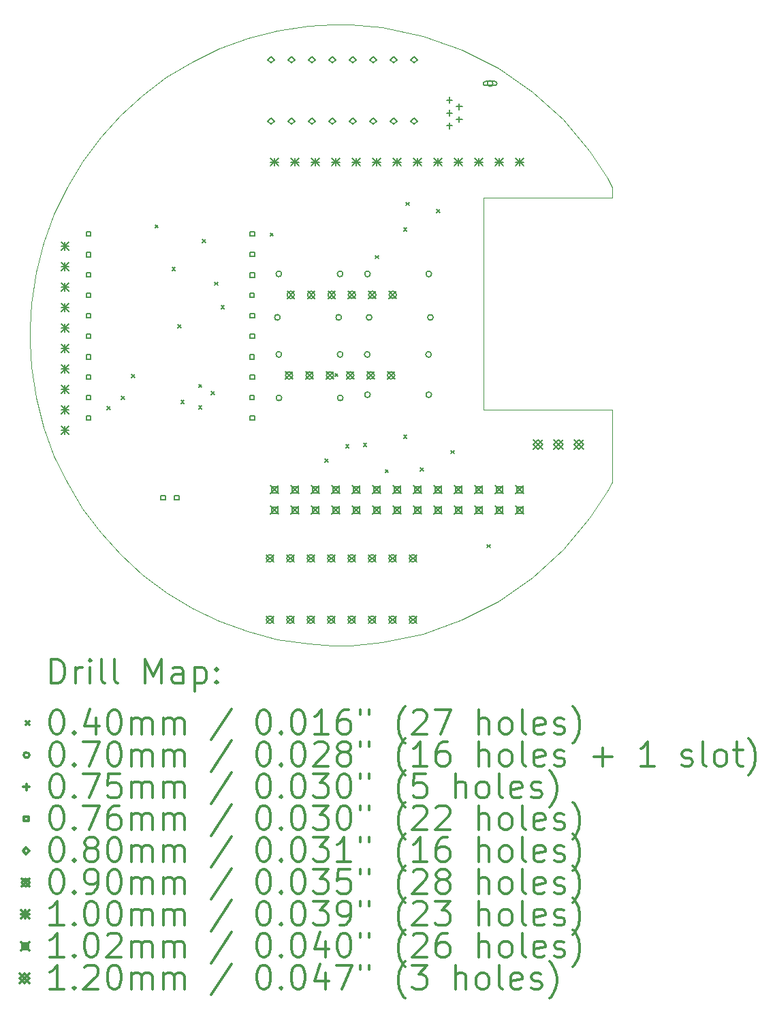
<source format=gbr>
%FSLAX45Y45*%
G04 Gerber Fmt 4.5, Leading zero omitted, Abs format (unit mm)*
G04 Created by KiCad (PCBNEW 4.0.5-e0-6337~49~ubuntu16.04.1) date Sun Apr 30 10:53:18 2017*
%MOMM*%
%LPD*%
G01*
G04 APERTURE LIST*
%ADD10C,0.127000*%
%ADD11C,0.100000*%
%ADD12C,0.200000*%
%ADD13C,0.300000*%
G04 APERTURE END LIST*
D10*
D11*
X15988208Y-5687670D02*
X15857296Y-5687517D01*
X16381247Y-5724169D02*
X15988208Y-5687670D01*
X16888638Y-5830011D02*
X16381247Y-5724169D01*
X17372990Y-6001182D02*
X16888638Y-5830011D01*
X17828717Y-6234176D02*
X17372990Y-6001182D01*
X18249595Y-6525362D02*
X17828717Y-6234176D01*
X18629630Y-6871132D02*
X18249595Y-6525362D01*
X18962827Y-7268007D02*
X18629630Y-6871132D01*
X19181115Y-7596937D02*
X18962827Y-7268007D01*
X19243421Y-7712278D02*
X19181115Y-7596937D01*
X19243421Y-7844307D02*
X19243421Y-7712278D01*
X17641570Y-7844307D02*
X19243421Y-7844307D01*
X17641570Y-10475646D02*
X17641570Y-7844307D01*
X19243421Y-10475646D02*
X17641570Y-10475646D01*
X19243421Y-11367940D02*
X19243421Y-10475646D01*
X19181420Y-11483558D02*
X19243421Y-11367940D01*
X18963665Y-11813459D02*
X19181420Y-11483558D01*
X18630875Y-12211576D02*
X18963665Y-11813459D01*
X18251094Y-12558565D02*
X18630875Y-12211576D01*
X17830368Y-12850985D02*
X18251094Y-12558565D01*
X17374514Y-13084975D02*
X17830368Y-12850985D01*
X16889730Y-13257230D02*
X17374514Y-13084975D01*
X16381908Y-13363752D02*
X16889730Y-13257230D01*
X15988360Y-13400959D02*
X16381908Y-13363752D01*
X15857296Y-13401373D02*
X15988360Y-13400959D01*
X15758617Y-13401373D02*
X15857296Y-13401373D01*
X15462885Y-13381391D02*
X15758617Y-13401373D01*
X15079955Y-13322962D02*
X15462885Y-13381391D01*
X14710207Y-13227878D02*
X15079955Y-13322962D01*
X14355922Y-13098206D02*
X14710207Y-13227878D01*
X14018715Y-12935872D02*
X14355922Y-13098206D01*
X13700803Y-12742672D02*
X14018715Y-12935872D01*
X13403836Y-12520668D02*
X13700803Y-12742672D01*
X13129880Y-12271657D02*
X13403836Y-12520668D01*
X12881005Y-11997842D02*
X13129880Y-12271657D01*
X12659007Y-11700873D02*
X12881005Y-11997842D01*
X12465804Y-11382962D02*
X12659007Y-11700873D01*
X12303333Y-11045754D02*
X12465804Y-11382962D01*
X12173661Y-10691470D02*
X12303333Y-11045754D01*
X12078576Y-10321722D02*
X12173661Y-10691470D01*
X12020147Y-9938766D02*
X12078576Y-10321722D01*
X12000304Y-9643034D02*
X12020147Y-9938766D01*
X12000304Y-9544507D02*
X12000304Y-9643034D01*
X12000304Y-9445828D02*
X12000304Y-9544507D01*
X12020147Y-9150147D02*
X12000304Y-9445828D01*
X12078576Y-8767166D02*
X12020147Y-9150147D01*
X12173661Y-8397443D02*
X12078576Y-8767166D01*
X12303333Y-8043164D02*
X12173661Y-8397443D01*
X12465804Y-7705928D02*
X12303333Y-8043164D01*
X12659007Y-7388022D02*
X12465804Y-7705928D01*
X12881005Y-7091045D02*
X12659007Y-7388022D01*
X13129880Y-6817106D02*
X12881005Y-7091045D01*
X13403836Y-6568237D02*
X13129880Y-6817106D01*
X13700803Y-6346215D02*
X13403836Y-6568237D01*
X14018715Y-6153048D02*
X13700803Y-6346215D01*
X14355922Y-5990565D02*
X14018715Y-6153048D01*
X14710207Y-5860872D02*
X14355922Y-5990565D01*
X15079955Y-5765800D02*
X14710207Y-5860872D01*
X15462885Y-5707380D02*
X15079955Y-5765800D01*
X15758617Y-5687517D02*
X15462885Y-5707380D01*
X15857296Y-5687517D02*
X15758617Y-5687517D01*
D12*
X12959400Y-10432100D02*
X12999400Y-10472100D01*
X12999400Y-10432100D02*
X12959400Y-10472100D01*
X13137200Y-10305100D02*
X13177200Y-10345100D01*
X13177200Y-10305100D02*
X13137200Y-10345100D01*
X13269000Y-10037000D02*
X13309000Y-10077000D01*
X13309000Y-10037000D02*
X13269000Y-10077000D01*
X13559000Y-8177000D02*
X13599000Y-8217000D01*
X13599000Y-8177000D02*
X13559000Y-8217000D01*
X13769000Y-8707000D02*
X13809000Y-8747000D01*
X13809000Y-8707000D02*
X13769000Y-8747000D01*
X13839000Y-9417000D02*
X13879000Y-9457000D01*
X13879000Y-9417000D02*
X13839000Y-9457000D01*
X13879000Y-10357000D02*
X13919000Y-10397000D01*
X13919000Y-10357000D02*
X13879000Y-10397000D01*
X14099000Y-10157000D02*
X14139000Y-10197000D01*
X14139000Y-10157000D02*
X14099000Y-10197000D01*
X14099000Y-10427000D02*
X14139000Y-10467000D01*
X14139000Y-10427000D02*
X14099000Y-10467000D01*
X14149000Y-8357000D02*
X14189000Y-8397000D01*
X14189000Y-8357000D02*
X14149000Y-8397000D01*
X14259000Y-10247000D02*
X14299000Y-10287000D01*
X14299000Y-10247000D02*
X14259000Y-10287000D01*
X14299000Y-8887000D02*
X14339000Y-8927000D01*
X14339000Y-8887000D02*
X14299000Y-8927000D01*
X14379000Y-9177000D02*
X14419000Y-9217000D01*
X14419000Y-9177000D02*
X14379000Y-9217000D01*
X14989000Y-8277000D02*
X15029000Y-8317000D01*
X15029000Y-8277000D02*
X14989000Y-8317000D01*
X15669000Y-11087000D02*
X15709000Y-11127000D01*
X15709000Y-11087000D02*
X15669000Y-11127000D01*
X15794000Y-10022000D02*
X15834000Y-10062000D01*
X15834000Y-10022000D02*
X15794000Y-10062000D01*
X15929000Y-10907000D02*
X15969000Y-10947000D01*
X15969000Y-10907000D02*
X15929000Y-10947000D01*
X16149000Y-10887000D02*
X16189000Y-10927000D01*
X16189000Y-10887000D02*
X16149000Y-10927000D01*
X16299000Y-8557000D02*
X16339000Y-8597000D01*
X16339000Y-8557000D02*
X16299000Y-8597000D01*
X16419000Y-11217000D02*
X16459000Y-11257000D01*
X16459000Y-11217000D02*
X16419000Y-11257000D01*
X16649000Y-8217000D02*
X16689000Y-8257000D01*
X16689000Y-8217000D02*
X16649000Y-8257000D01*
X16649000Y-10787000D02*
X16689000Y-10827000D01*
X16689000Y-10787000D02*
X16649000Y-10827000D01*
X16679000Y-7897000D02*
X16719000Y-7937000D01*
X16719000Y-7897000D02*
X16679000Y-7937000D01*
X16858300Y-11194100D02*
X16898300Y-11234100D01*
X16898300Y-11194100D02*
X16858300Y-11234100D01*
X17059000Y-7987000D02*
X17099000Y-8027000D01*
X17099000Y-7987000D02*
X17059000Y-8027000D01*
X17239300Y-10978200D02*
X17279300Y-11018200D01*
X17279300Y-10978200D02*
X17239300Y-11018200D01*
X17683800Y-12146600D02*
X17723800Y-12186600D01*
X17723800Y-12146600D02*
X17683800Y-12186600D01*
X15114000Y-9327000D02*
G75*
G03X15114000Y-9327000I-35000J0D01*
G01*
X15132000Y-8787000D02*
G75*
G03X15132000Y-8787000I-35000J0D01*
G01*
X15132000Y-9787000D02*
G75*
G03X15132000Y-9787000I-35000J0D01*
G01*
X15134000Y-10327000D02*
G75*
G03X15134000Y-10327000I-35000J0D01*
G01*
X15876000Y-9327000D02*
G75*
G03X15876000Y-9327000I-35000J0D01*
G01*
X15894000Y-8787000D02*
G75*
G03X15894000Y-8787000I-35000J0D01*
G01*
X15894000Y-9787000D02*
G75*
G03X15894000Y-9787000I-35000J0D01*
G01*
X15896000Y-10327000D02*
G75*
G03X15896000Y-10327000I-35000J0D01*
G01*
X16232000Y-9787000D02*
G75*
G03X16232000Y-9787000I-35000J0D01*
G01*
X16234000Y-8787000D02*
G75*
G03X16234000Y-8787000I-35000J0D01*
G01*
X16234000Y-10287000D02*
G75*
G03X16234000Y-10287000I-35000J0D01*
G01*
X16254000Y-9327000D02*
G75*
G03X16254000Y-9327000I-35000J0D01*
G01*
X16994000Y-9787000D02*
G75*
G03X16994000Y-9787000I-35000J0D01*
G01*
X16996000Y-8787000D02*
G75*
G03X16996000Y-8787000I-35000J0D01*
G01*
X16996000Y-10287000D02*
G75*
G03X16996000Y-10287000I-35000J0D01*
G01*
X17016000Y-9327000D02*
G75*
G03X17016000Y-9327000I-35000J0D01*
G01*
X17759000Y-6422000D02*
G75*
G03X17759000Y-6422000I-35000J0D01*
G01*
X17664000Y-6447000D02*
X17784000Y-6447000D01*
X17664000Y-6397000D02*
X17784000Y-6397000D01*
X17784000Y-6447000D02*
G75*
G03X17784000Y-6397000I0J25000D01*
G01*
X17664000Y-6397000D02*
G75*
G03X17664000Y-6447000I0J-25000D01*
G01*
X17219000Y-6589500D02*
X17219000Y-6664500D01*
X17181500Y-6627000D02*
X17256500Y-6627000D01*
X17219000Y-6749500D02*
X17219000Y-6824500D01*
X17181500Y-6787000D02*
X17256500Y-6787000D01*
X17219000Y-6909500D02*
X17219000Y-6984500D01*
X17181500Y-6947000D02*
X17256500Y-6947000D01*
X17339000Y-6669500D02*
X17339000Y-6744500D01*
X17301500Y-6707000D02*
X17376500Y-6707000D01*
X17339000Y-6829500D02*
X17339000Y-6904500D01*
X17301500Y-6867000D02*
X17376500Y-6867000D01*
X12760941Y-8318941D02*
X12760941Y-8265059D01*
X12707059Y-8265059D01*
X12707059Y-8318941D01*
X12760941Y-8318941D01*
X12760941Y-8573941D02*
X12760941Y-8520059D01*
X12707059Y-8520059D01*
X12707059Y-8573941D01*
X12760941Y-8573941D01*
X12760941Y-8823941D02*
X12760941Y-8770059D01*
X12707059Y-8770059D01*
X12707059Y-8823941D01*
X12760941Y-8823941D01*
X12760941Y-9078941D02*
X12760941Y-9025059D01*
X12707059Y-9025059D01*
X12707059Y-9078941D01*
X12760941Y-9078941D01*
X12760941Y-9333941D02*
X12760941Y-9280059D01*
X12707059Y-9280059D01*
X12707059Y-9333941D01*
X12760941Y-9333941D01*
X12760941Y-9588941D02*
X12760941Y-9535059D01*
X12707059Y-9535059D01*
X12707059Y-9588941D01*
X12760941Y-9588941D01*
X12760941Y-9843941D02*
X12760941Y-9790059D01*
X12707059Y-9790059D01*
X12707059Y-9843941D01*
X12760941Y-9843941D01*
X12760941Y-10093941D02*
X12760941Y-10040059D01*
X12707059Y-10040059D01*
X12707059Y-10093941D01*
X12760941Y-10093941D01*
X12760941Y-10348941D02*
X12760941Y-10295059D01*
X12707059Y-10295059D01*
X12707059Y-10348941D01*
X12760941Y-10348941D01*
X12760941Y-10603941D02*
X12760941Y-10550059D01*
X12707059Y-10550059D01*
X12707059Y-10603941D01*
X12760941Y-10603941D01*
X13685941Y-11593941D02*
X13685941Y-11540059D01*
X13632059Y-11540059D01*
X13632059Y-11593941D01*
X13685941Y-11593941D01*
X13855941Y-11593941D02*
X13855941Y-11540059D01*
X13802059Y-11540059D01*
X13802059Y-11593941D01*
X13855941Y-11593941D01*
X14790941Y-9078941D02*
X14790941Y-9025059D01*
X14737059Y-9025059D01*
X14737059Y-9078941D01*
X14790941Y-9078941D01*
X14790941Y-9843941D02*
X14790941Y-9790059D01*
X14737059Y-9790059D01*
X14737059Y-9843941D01*
X14790941Y-9843941D01*
X14790941Y-10348941D02*
X14790941Y-10295059D01*
X14737059Y-10295059D01*
X14737059Y-10348941D01*
X14790941Y-10348941D01*
X14795941Y-8318941D02*
X14795941Y-8265059D01*
X14742059Y-8265059D01*
X14742059Y-8318941D01*
X14795941Y-8318941D01*
X14795941Y-8568941D02*
X14795941Y-8515059D01*
X14742059Y-8515059D01*
X14742059Y-8568941D01*
X14795941Y-8568941D01*
X14795941Y-8828941D02*
X14795941Y-8775059D01*
X14742059Y-8775059D01*
X14742059Y-8828941D01*
X14795941Y-8828941D01*
X14795941Y-9333941D02*
X14795941Y-9280059D01*
X14742059Y-9280059D01*
X14742059Y-9333941D01*
X14795941Y-9333941D01*
X14795941Y-9588941D02*
X14795941Y-9535059D01*
X14742059Y-9535059D01*
X14742059Y-9588941D01*
X14795941Y-9588941D01*
X14795941Y-10093941D02*
X14795941Y-10040059D01*
X14742059Y-10040059D01*
X14742059Y-10093941D01*
X14795941Y-10093941D01*
X14795941Y-10603941D02*
X14795941Y-10550059D01*
X14742059Y-10550059D01*
X14742059Y-10603941D01*
X14795941Y-10603941D01*
X15001000Y-6167000D02*
X15041000Y-6127000D01*
X15001000Y-6087000D01*
X14961000Y-6127000D01*
X15001000Y-6167000D01*
X15001000Y-6929000D02*
X15041000Y-6889000D01*
X15001000Y-6849000D01*
X14961000Y-6889000D01*
X15001000Y-6929000D01*
X15255000Y-6167000D02*
X15295000Y-6127000D01*
X15255000Y-6087000D01*
X15215000Y-6127000D01*
X15255000Y-6167000D01*
X15255000Y-6929000D02*
X15295000Y-6889000D01*
X15255000Y-6849000D01*
X15215000Y-6889000D01*
X15255000Y-6929000D01*
X15509000Y-6167000D02*
X15549000Y-6127000D01*
X15509000Y-6087000D01*
X15469000Y-6127000D01*
X15509000Y-6167000D01*
X15509000Y-6929000D02*
X15549000Y-6889000D01*
X15509000Y-6849000D01*
X15469000Y-6889000D01*
X15509000Y-6929000D01*
X15763000Y-6167000D02*
X15803000Y-6127000D01*
X15763000Y-6087000D01*
X15723000Y-6127000D01*
X15763000Y-6167000D01*
X15763000Y-6929000D02*
X15803000Y-6889000D01*
X15763000Y-6849000D01*
X15723000Y-6889000D01*
X15763000Y-6929000D01*
X16017000Y-6167000D02*
X16057000Y-6127000D01*
X16017000Y-6087000D01*
X15977000Y-6127000D01*
X16017000Y-6167000D01*
X16017000Y-6929000D02*
X16057000Y-6889000D01*
X16017000Y-6849000D01*
X15977000Y-6889000D01*
X16017000Y-6929000D01*
X16271000Y-6167000D02*
X16311000Y-6127000D01*
X16271000Y-6087000D01*
X16231000Y-6127000D01*
X16271000Y-6167000D01*
X16271000Y-6929000D02*
X16311000Y-6889000D01*
X16271000Y-6849000D01*
X16231000Y-6889000D01*
X16271000Y-6929000D01*
X16525000Y-6167000D02*
X16565000Y-6127000D01*
X16525000Y-6087000D01*
X16485000Y-6127000D01*
X16525000Y-6167000D01*
X16525000Y-6929000D02*
X16565000Y-6889000D01*
X16525000Y-6849000D01*
X16485000Y-6889000D01*
X16525000Y-6929000D01*
X16779000Y-6167000D02*
X16819000Y-6127000D01*
X16779000Y-6087000D01*
X16739000Y-6127000D01*
X16779000Y-6167000D01*
X16779000Y-6929000D02*
X16819000Y-6889000D01*
X16779000Y-6849000D01*
X16739000Y-6889000D01*
X16779000Y-6929000D01*
X14941000Y-12274000D02*
X15031000Y-12364000D01*
X15031000Y-12274000D02*
X14941000Y-12364000D01*
X15031000Y-12319000D02*
G75*
G03X15031000Y-12319000I-45000J0D01*
G01*
X14941000Y-13036000D02*
X15031000Y-13126000D01*
X15031000Y-13036000D02*
X14941000Y-13126000D01*
X15031000Y-13081000D02*
G75*
G03X15031000Y-13081000I-45000J0D01*
G01*
X15180000Y-10002000D02*
X15270000Y-10092000D01*
X15270000Y-10002000D02*
X15180000Y-10092000D01*
X15270000Y-10047000D02*
G75*
G03X15270000Y-10047000I-45000J0D01*
G01*
X15195000Y-12274000D02*
X15285000Y-12364000D01*
X15285000Y-12274000D02*
X15195000Y-12364000D01*
X15285000Y-12319000D02*
G75*
G03X15285000Y-12319000I-45000J0D01*
G01*
X15195000Y-13036000D02*
X15285000Y-13126000D01*
X15285000Y-13036000D02*
X15195000Y-13126000D01*
X15285000Y-13081000D02*
G75*
G03X15285000Y-13081000I-45000J0D01*
G01*
X15200000Y-9002000D02*
X15290000Y-9092000D01*
X15290000Y-9002000D02*
X15200000Y-9092000D01*
X15290000Y-9047000D02*
G75*
G03X15290000Y-9047000I-45000J0D01*
G01*
X15434000Y-10002000D02*
X15524000Y-10092000D01*
X15524000Y-10002000D02*
X15434000Y-10092000D01*
X15524000Y-10047000D02*
G75*
G03X15524000Y-10047000I-45000J0D01*
G01*
X15449000Y-12274000D02*
X15539000Y-12364000D01*
X15539000Y-12274000D02*
X15449000Y-12364000D01*
X15539000Y-12319000D02*
G75*
G03X15539000Y-12319000I-45000J0D01*
G01*
X15449000Y-13036000D02*
X15539000Y-13126000D01*
X15539000Y-13036000D02*
X15449000Y-13126000D01*
X15539000Y-13081000D02*
G75*
G03X15539000Y-13081000I-45000J0D01*
G01*
X15454000Y-9002000D02*
X15544000Y-9092000D01*
X15544000Y-9002000D02*
X15454000Y-9092000D01*
X15544000Y-9047000D02*
G75*
G03X15544000Y-9047000I-45000J0D01*
G01*
X15688000Y-10002000D02*
X15778000Y-10092000D01*
X15778000Y-10002000D02*
X15688000Y-10092000D01*
X15778000Y-10047000D02*
G75*
G03X15778000Y-10047000I-45000J0D01*
G01*
X15703000Y-12274000D02*
X15793000Y-12364000D01*
X15793000Y-12274000D02*
X15703000Y-12364000D01*
X15793000Y-12319000D02*
G75*
G03X15793000Y-12319000I-45000J0D01*
G01*
X15703000Y-13036000D02*
X15793000Y-13126000D01*
X15793000Y-13036000D02*
X15703000Y-13126000D01*
X15793000Y-13081000D02*
G75*
G03X15793000Y-13081000I-45000J0D01*
G01*
X15708000Y-9002000D02*
X15798000Y-9092000D01*
X15798000Y-9002000D02*
X15708000Y-9092000D01*
X15798000Y-9047000D02*
G75*
G03X15798000Y-9047000I-45000J0D01*
G01*
X15940000Y-10002000D02*
X16030000Y-10092000D01*
X16030000Y-10002000D02*
X15940000Y-10092000D01*
X16030000Y-10047000D02*
G75*
G03X16030000Y-10047000I-45000J0D01*
G01*
X15957000Y-12274000D02*
X16047000Y-12364000D01*
X16047000Y-12274000D02*
X15957000Y-12364000D01*
X16047000Y-12319000D02*
G75*
G03X16047000Y-12319000I-45000J0D01*
G01*
X15957000Y-13036000D02*
X16047000Y-13126000D01*
X16047000Y-13036000D02*
X15957000Y-13126000D01*
X16047000Y-13081000D02*
G75*
G03X16047000Y-13081000I-45000J0D01*
G01*
X15960000Y-9002000D02*
X16050000Y-9092000D01*
X16050000Y-9002000D02*
X15960000Y-9092000D01*
X16050000Y-9047000D02*
G75*
G03X16050000Y-9047000I-45000J0D01*
G01*
X16194000Y-10002000D02*
X16284000Y-10092000D01*
X16284000Y-10002000D02*
X16194000Y-10092000D01*
X16284000Y-10047000D02*
G75*
G03X16284000Y-10047000I-45000J0D01*
G01*
X16211000Y-12274000D02*
X16301000Y-12364000D01*
X16301000Y-12274000D02*
X16211000Y-12364000D01*
X16301000Y-12319000D02*
G75*
G03X16301000Y-12319000I-45000J0D01*
G01*
X16211000Y-13036000D02*
X16301000Y-13126000D01*
X16301000Y-13036000D02*
X16211000Y-13126000D01*
X16301000Y-13081000D02*
G75*
G03X16301000Y-13081000I-45000J0D01*
G01*
X16214000Y-9002000D02*
X16304000Y-9092000D01*
X16304000Y-9002000D02*
X16214000Y-9092000D01*
X16304000Y-9047000D02*
G75*
G03X16304000Y-9047000I-45000J0D01*
G01*
X16448000Y-10002000D02*
X16538000Y-10092000D01*
X16538000Y-10002000D02*
X16448000Y-10092000D01*
X16538000Y-10047000D02*
G75*
G03X16538000Y-10047000I-45000J0D01*
G01*
X16465000Y-12274000D02*
X16555000Y-12364000D01*
X16555000Y-12274000D02*
X16465000Y-12364000D01*
X16555000Y-12319000D02*
G75*
G03X16555000Y-12319000I-45000J0D01*
G01*
X16465000Y-13036000D02*
X16555000Y-13126000D01*
X16555000Y-13036000D02*
X16465000Y-13126000D01*
X16555000Y-13081000D02*
G75*
G03X16555000Y-13081000I-45000J0D01*
G01*
X16468000Y-9002000D02*
X16558000Y-9092000D01*
X16558000Y-9002000D02*
X16468000Y-9092000D01*
X16558000Y-9047000D02*
G75*
G03X16558000Y-9047000I-45000J0D01*
G01*
X16719000Y-12274000D02*
X16809000Y-12364000D01*
X16809000Y-12274000D02*
X16719000Y-12364000D01*
X16809000Y-12319000D02*
G75*
G03X16809000Y-12319000I-45000J0D01*
G01*
X16719000Y-13036000D02*
X16809000Y-13126000D01*
X16809000Y-13036000D02*
X16719000Y-13126000D01*
X16809000Y-13081000D02*
G75*
G03X16809000Y-13081000I-45000J0D01*
G01*
X12389000Y-8391000D02*
X12489000Y-8491000D01*
X12489000Y-8391000D02*
X12389000Y-8491000D01*
X12439000Y-8391000D02*
X12439000Y-8491000D01*
X12389000Y-8441000D02*
X12489000Y-8441000D01*
X12389000Y-8645000D02*
X12489000Y-8745000D01*
X12489000Y-8645000D02*
X12389000Y-8745000D01*
X12439000Y-8645000D02*
X12439000Y-8745000D01*
X12389000Y-8695000D02*
X12489000Y-8695000D01*
X12389000Y-8899000D02*
X12489000Y-8999000D01*
X12489000Y-8899000D02*
X12389000Y-8999000D01*
X12439000Y-8899000D02*
X12439000Y-8999000D01*
X12389000Y-8949000D02*
X12489000Y-8949000D01*
X12389000Y-9153000D02*
X12489000Y-9253000D01*
X12489000Y-9153000D02*
X12389000Y-9253000D01*
X12439000Y-9153000D02*
X12439000Y-9253000D01*
X12389000Y-9203000D02*
X12489000Y-9203000D01*
X12389000Y-9407000D02*
X12489000Y-9507000D01*
X12489000Y-9407000D02*
X12389000Y-9507000D01*
X12439000Y-9407000D02*
X12439000Y-9507000D01*
X12389000Y-9457000D02*
X12489000Y-9457000D01*
X12389000Y-9661000D02*
X12489000Y-9761000D01*
X12489000Y-9661000D02*
X12389000Y-9761000D01*
X12439000Y-9661000D02*
X12439000Y-9761000D01*
X12389000Y-9711000D02*
X12489000Y-9711000D01*
X12389000Y-9915000D02*
X12489000Y-10015000D01*
X12489000Y-9915000D02*
X12389000Y-10015000D01*
X12439000Y-9915000D02*
X12439000Y-10015000D01*
X12389000Y-9965000D02*
X12489000Y-9965000D01*
X12389000Y-10169000D02*
X12489000Y-10269000D01*
X12489000Y-10169000D02*
X12389000Y-10269000D01*
X12439000Y-10169000D02*
X12439000Y-10269000D01*
X12389000Y-10219000D02*
X12489000Y-10219000D01*
X12389000Y-10423000D02*
X12489000Y-10523000D01*
X12489000Y-10423000D02*
X12389000Y-10523000D01*
X12439000Y-10423000D02*
X12439000Y-10523000D01*
X12389000Y-10473000D02*
X12489000Y-10473000D01*
X12389000Y-10677000D02*
X12489000Y-10777000D01*
X12489000Y-10677000D02*
X12389000Y-10777000D01*
X12439000Y-10677000D02*
X12439000Y-10777000D01*
X12389000Y-10727000D02*
X12489000Y-10727000D01*
X14996000Y-7347000D02*
X15096000Y-7447000D01*
X15096000Y-7347000D02*
X14996000Y-7447000D01*
X15046000Y-7347000D02*
X15046000Y-7447000D01*
X14996000Y-7397000D02*
X15096000Y-7397000D01*
X15250000Y-7347000D02*
X15350000Y-7447000D01*
X15350000Y-7347000D02*
X15250000Y-7447000D01*
X15300000Y-7347000D02*
X15300000Y-7447000D01*
X15250000Y-7397000D02*
X15350000Y-7397000D01*
X15504000Y-7347000D02*
X15604000Y-7447000D01*
X15604000Y-7347000D02*
X15504000Y-7447000D01*
X15554000Y-7347000D02*
X15554000Y-7447000D01*
X15504000Y-7397000D02*
X15604000Y-7397000D01*
X15758000Y-7347000D02*
X15858000Y-7447000D01*
X15858000Y-7347000D02*
X15758000Y-7447000D01*
X15808000Y-7347000D02*
X15808000Y-7447000D01*
X15758000Y-7397000D02*
X15858000Y-7397000D01*
X16012000Y-7347000D02*
X16112000Y-7447000D01*
X16112000Y-7347000D02*
X16012000Y-7447000D01*
X16062000Y-7347000D02*
X16062000Y-7447000D01*
X16012000Y-7397000D02*
X16112000Y-7397000D01*
X16266000Y-7347000D02*
X16366000Y-7447000D01*
X16366000Y-7347000D02*
X16266000Y-7447000D01*
X16316000Y-7347000D02*
X16316000Y-7447000D01*
X16266000Y-7397000D02*
X16366000Y-7397000D01*
X16520000Y-7347000D02*
X16620000Y-7447000D01*
X16620000Y-7347000D02*
X16520000Y-7447000D01*
X16570000Y-7347000D02*
X16570000Y-7447000D01*
X16520000Y-7397000D02*
X16620000Y-7397000D01*
X16774000Y-7347000D02*
X16874000Y-7447000D01*
X16874000Y-7347000D02*
X16774000Y-7447000D01*
X16824000Y-7347000D02*
X16824000Y-7447000D01*
X16774000Y-7397000D02*
X16874000Y-7397000D01*
X17028000Y-7347000D02*
X17128000Y-7447000D01*
X17128000Y-7347000D02*
X17028000Y-7447000D01*
X17078000Y-7347000D02*
X17078000Y-7447000D01*
X17028000Y-7397000D02*
X17128000Y-7397000D01*
X17282000Y-7347000D02*
X17382000Y-7447000D01*
X17382000Y-7347000D02*
X17282000Y-7447000D01*
X17332000Y-7347000D02*
X17332000Y-7447000D01*
X17282000Y-7397000D02*
X17382000Y-7397000D01*
X17536000Y-7347000D02*
X17636000Y-7447000D01*
X17636000Y-7347000D02*
X17536000Y-7447000D01*
X17586000Y-7347000D02*
X17586000Y-7447000D01*
X17536000Y-7397000D02*
X17636000Y-7397000D01*
X17790000Y-7347000D02*
X17890000Y-7447000D01*
X17890000Y-7347000D02*
X17790000Y-7447000D01*
X17840000Y-7347000D02*
X17840000Y-7447000D01*
X17790000Y-7397000D02*
X17890000Y-7397000D01*
X18044000Y-7347000D02*
X18144000Y-7447000D01*
X18144000Y-7347000D02*
X18044000Y-7447000D01*
X18094000Y-7347000D02*
X18094000Y-7447000D01*
X18044000Y-7397000D02*
X18144000Y-7397000D01*
X14994890Y-11417300D02*
X15096490Y-11518900D01*
X15096490Y-11417300D02*
X14994890Y-11518900D01*
X15081611Y-11504021D02*
X15081611Y-11432179D01*
X15009769Y-11432179D01*
X15009769Y-11504021D01*
X15081611Y-11504021D01*
X14994890Y-11671300D02*
X15096490Y-11772900D01*
X15096490Y-11671300D02*
X14994890Y-11772900D01*
X15081611Y-11758021D02*
X15081611Y-11686179D01*
X15009769Y-11686179D01*
X15009769Y-11758021D01*
X15081611Y-11758021D01*
X15248890Y-11417300D02*
X15350490Y-11518900D01*
X15350490Y-11417300D02*
X15248890Y-11518900D01*
X15335611Y-11504021D02*
X15335611Y-11432179D01*
X15263769Y-11432179D01*
X15263769Y-11504021D01*
X15335611Y-11504021D01*
X15248890Y-11671300D02*
X15350490Y-11772900D01*
X15350490Y-11671300D02*
X15248890Y-11772900D01*
X15335611Y-11758021D02*
X15335611Y-11686179D01*
X15263769Y-11686179D01*
X15263769Y-11758021D01*
X15335611Y-11758021D01*
X15502890Y-11417300D02*
X15604490Y-11518900D01*
X15604490Y-11417300D02*
X15502890Y-11518900D01*
X15589611Y-11504021D02*
X15589611Y-11432179D01*
X15517769Y-11432179D01*
X15517769Y-11504021D01*
X15589611Y-11504021D01*
X15502890Y-11671300D02*
X15604490Y-11772900D01*
X15604490Y-11671300D02*
X15502890Y-11772900D01*
X15589611Y-11758021D02*
X15589611Y-11686179D01*
X15517769Y-11686179D01*
X15517769Y-11758021D01*
X15589611Y-11758021D01*
X15756890Y-11417300D02*
X15858490Y-11518900D01*
X15858490Y-11417300D02*
X15756890Y-11518900D01*
X15843611Y-11504021D02*
X15843611Y-11432179D01*
X15771769Y-11432179D01*
X15771769Y-11504021D01*
X15843611Y-11504021D01*
X15756890Y-11671300D02*
X15858490Y-11772900D01*
X15858490Y-11671300D02*
X15756890Y-11772900D01*
X15843611Y-11758021D02*
X15843611Y-11686179D01*
X15771769Y-11686179D01*
X15771769Y-11758021D01*
X15843611Y-11758021D01*
X16010890Y-11417300D02*
X16112490Y-11518900D01*
X16112490Y-11417300D02*
X16010890Y-11518900D01*
X16097611Y-11504021D02*
X16097611Y-11432179D01*
X16025769Y-11432179D01*
X16025769Y-11504021D01*
X16097611Y-11504021D01*
X16010890Y-11671300D02*
X16112490Y-11772900D01*
X16112490Y-11671300D02*
X16010890Y-11772900D01*
X16097611Y-11758021D02*
X16097611Y-11686179D01*
X16025769Y-11686179D01*
X16025769Y-11758021D01*
X16097611Y-11758021D01*
X16264890Y-11417300D02*
X16366490Y-11518900D01*
X16366490Y-11417300D02*
X16264890Y-11518900D01*
X16351611Y-11504021D02*
X16351611Y-11432179D01*
X16279769Y-11432179D01*
X16279769Y-11504021D01*
X16351611Y-11504021D01*
X16264890Y-11671300D02*
X16366490Y-11772900D01*
X16366490Y-11671300D02*
X16264890Y-11772900D01*
X16351611Y-11758021D02*
X16351611Y-11686179D01*
X16279769Y-11686179D01*
X16279769Y-11758021D01*
X16351611Y-11758021D01*
X16518890Y-11417300D02*
X16620490Y-11518900D01*
X16620490Y-11417300D02*
X16518890Y-11518900D01*
X16605611Y-11504021D02*
X16605611Y-11432179D01*
X16533769Y-11432179D01*
X16533769Y-11504021D01*
X16605611Y-11504021D01*
X16518890Y-11671300D02*
X16620490Y-11772900D01*
X16620490Y-11671300D02*
X16518890Y-11772900D01*
X16605611Y-11758021D02*
X16605611Y-11686179D01*
X16533769Y-11686179D01*
X16533769Y-11758021D01*
X16605611Y-11758021D01*
X16772890Y-11417300D02*
X16874490Y-11518900D01*
X16874490Y-11417300D02*
X16772890Y-11518900D01*
X16859611Y-11504021D02*
X16859611Y-11432179D01*
X16787769Y-11432179D01*
X16787769Y-11504021D01*
X16859611Y-11504021D01*
X16772890Y-11671300D02*
X16874490Y-11772900D01*
X16874490Y-11671300D02*
X16772890Y-11772900D01*
X16859611Y-11758021D02*
X16859611Y-11686179D01*
X16787769Y-11686179D01*
X16787769Y-11758021D01*
X16859611Y-11758021D01*
X17026890Y-11417300D02*
X17128490Y-11518900D01*
X17128490Y-11417300D02*
X17026890Y-11518900D01*
X17113611Y-11504021D02*
X17113611Y-11432179D01*
X17041769Y-11432179D01*
X17041769Y-11504021D01*
X17113611Y-11504021D01*
X17026890Y-11671300D02*
X17128490Y-11772900D01*
X17128490Y-11671300D02*
X17026890Y-11772900D01*
X17113611Y-11758021D02*
X17113611Y-11686179D01*
X17041769Y-11686179D01*
X17041769Y-11758021D01*
X17113611Y-11758021D01*
X17280890Y-11417300D02*
X17382490Y-11518900D01*
X17382490Y-11417300D02*
X17280890Y-11518900D01*
X17367611Y-11504021D02*
X17367611Y-11432179D01*
X17295769Y-11432179D01*
X17295769Y-11504021D01*
X17367611Y-11504021D01*
X17280890Y-11671300D02*
X17382490Y-11772900D01*
X17382490Y-11671300D02*
X17280890Y-11772900D01*
X17367611Y-11758021D02*
X17367611Y-11686179D01*
X17295769Y-11686179D01*
X17295769Y-11758021D01*
X17367611Y-11758021D01*
X17534890Y-11417300D02*
X17636490Y-11518900D01*
X17636490Y-11417300D02*
X17534890Y-11518900D01*
X17621611Y-11504021D02*
X17621611Y-11432179D01*
X17549769Y-11432179D01*
X17549769Y-11504021D01*
X17621611Y-11504021D01*
X17534890Y-11671300D02*
X17636490Y-11772900D01*
X17636490Y-11671300D02*
X17534890Y-11772900D01*
X17621611Y-11758021D02*
X17621611Y-11686179D01*
X17549769Y-11686179D01*
X17549769Y-11758021D01*
X17621611Y-11758021D01*
X17788890Y-11417300D02*
X17890490Y-11518900D01*
X17890490Y-11417300D02*
X17788890Y-11518900D01*
X17875611Y-11504021D02*
X17875611Y-11432179D01*
X17803769Y-11432179D01*
X17803769Y-11504021D01*
X17875611Y-11504021D01*
X17788890Y-11671300D02*
X17890490Y-11772900D01*
X17890490Y-11671300D02*
X17788890Y-11772900D01*
X17875611Y-11758021D02*
X17875611Y-11686179D01*
X17803769Y-11686179D01*
X17803769Y-11758021D01*
X17875611Y-11758021D01*
X18042890Y-11417300D02*
X18144490Y-11518900D01*
X18144490Y-11417300D02*
X18042890Y-11518900D01*
X18129611Y-11504021D02*
X18129611Y-11432179D01*
X18057769Y-11432179D01*
X18057769Y-11504021D01*
X18129611Y-11504021D01*
X18042890Y-11671300D02*
X18144490Y-11772900D01*
X18144490Y-11671300D02*
X18042890Y-11772900D01*
X18129611Y-11758021D02*
X18129611Y-11686179D01*
X18057769Y-11686179D01*
X18057769Y-11758021D01*
X18129611Y-11758021D01*
X18259000Y-10847000D02*
X18379000Y-10967000D01*
X18379000Y-10847000D02*
X18259000Y-10967000D01*
X18319000Y-10967000D02*
X18379000Y-10907000D01*
X18319000Y-10847000D01*
X18259000Y-10907000D01*
X18319000Y-10967000D01*
X18513000Y-10847000D02*
X18633000Y-10967000D01*
X18633000Y-10847000D02*
X18513000Y-10967000D01*
X18573000Y-10967000D02*
X18633000Y-10907000D01*
X18573000Y-10847000D01*
X18513000Y-10907000D01*
X18573000Y-10967000D01*
X18767000Y-10847000D02*
X18887000Y-10967000D01*
X18887000Y-10847000D02*
X18767000Y-10967000D01*
X18827000Y-10967000D02*
X18887000Y-10907000D01*
X18827000Y-10847000D01*
X18767000Y-10907000D01*
X18827000Y-10967000D01*
D13*
X12266732Y-13872087D02*
X12266732Y-13572087D01*
X12338161Y-13572087D01*
X12381018Y-13586373D01*
X12409589Y-13614944D01*
X12423875Y-13643516D01*
X12438161Y-13700659D01*
X12438161Y-13743516D01*
X12423875Y-13800659D01*
X12409589Y-13829230D01*
X12381018Y-13857802D01*
X12338161Y-13872087D01*
X12266732Y-13872087D01*
X12566732Y-13872087D02*
X12566732Y-13672087D01*
X12566732Y-13729230D02*
X12581018Y-13700659D01*
X12595304Y-13686373D01*
X12623875Y-13672087D01*
X12652446Y-13672087D01*
X12752446Y-13872087D02*
X12752446Y-13672087D01*
X12752446Y-13572087D02*
X12738161Y-13586373D01*
X12752446Y-13600659D01*
X12766732Y-13586373D01*
X12752446Y-13572087D01*
X12752446Y-13600659D01*
X12938161Y-13872087D02*
X12909589Y-13857802D01*
X12895304Y-13829230D01*
X12895304Y-13572087D01*
X13095304Y-13872087D02*
X13066732Y-13857802D01*
X13052446Y-13829230D01*
X13052446Y-13572087D01*
X13438161Y-13872087D02*
X13438161Y-13572087D01*
X13538161Y-13786373D01*
X13638161Y-13572087D01*
X13638161Y-13872087D01*
X13909589Y-13872087D02*
X13909589Y-13714944D01*
X13895304Y-13686373D01*
X13866732Y-13672087D01*
X13809589Y-13672087D01*
X13781018Y-13686373D01*
X13909589Y-13857802D02*
X13881018Y-13872087D01*
X13809589Y-13872087D01*
X13781018Y-13857802D01*
X13766732Y-13829230D01*
X13766732Y-13800659D01*
X13781018Y-13772087D01*
X13809589Y-13757802D01*
X13881018Y-13757802D01*
X13909589Y-13743516D01*
X14052446Y-13672087D02*
X14052446Y-13972087D01*
X14052446Y-13686373D02*
X14081018Y-13672087D01*
X14138161Y-13672087D01*
X14166732Y-13686373D01*
X14181018Y-13700659D01*
X14195304Y-13729230D01*
X14195304Y-13814944D01*
X14181018Y-13843516D01*
X14166732Y-13857802D01*
X14138161Y-13872087D01*
X14081018Y-13872087D01*
X14052446Y-13857802D01*
X14323875Y-13843516D02*
X14338161Y-13857802D01*
X14323875Y-13872087D01*
X14309589Y-13857802D01*
X14323875Y-13843516D01*
X14323875Y-13872087D01*
X14323875Y-13686373D02*
X14338161Y-13700659D01*
X14323875Y-13714944D01*
X14309589Y-13700659D01*
X14323875Y-13686373D01*
X14323875Y-13714944D01*
X11955304Y-14346373D02*
X11995304Y-14386373D01*
X11995304Y-14346373D02*
X11955304Y-14386373D01*
X12323875Y-14202087D02*
X12352446Y-14202087D01*
X12381018Y-14216373D01*
X12395304Y-14230659D01*
X12409589Y-14259230D01*
X12423875Y-14316373D01*
X12423875Y-14387802D01*
X12409589Y-14444944D01*
X12395304Y-14473516D01*
X12381018Y-14487802D01*
X12352446Y-14502087D01*
X12323875Y-14502087D01*
X12295304Y-14487802D01*
X12281018Y-14473516D01*
X12266732Y-14444944D01*
X12252446Y-14387802D01*
X12252446Y-14316373D01*
X12266732Y-14259230D01*
X12281018Y-14230659D01*
X12295304Y-14216373D01*
X12323875Y-14202087D01*
X12552446Y-14473516D02*
X12566732Y-14487802D01*
X12552446Y-14502087D01*
X12538161Y-14487802D01*
X12552446Y-14473516D01*
X12552446Y-14502087D01*
X12823875Y-14302087D02*
X12823875Y-14502087D01*
X12752446Y-14187802D02*
X12681018Y-14402087D01*
X12866732Y-14402087D01*
X13038161Y-14202087D02*
X13066732Y-14202087D01*
X13095304Y-14216373D01*
X13109589Y-14230659D01*
X13123875Y-14259230D01*
X13138161Y-14316373D01*
X13138161Y-14387802D01*
X13123875Y-14444944D01*
X13109589Y-14473516D01*
X13095304Y-14487802D01*
X13066732Y-14502087D01*
X13038161Y-14502087D01*
X13009589Y-14487802D01*
X12995304Y-14473516D01*
X12981018Y-14444944D01*
X12966732Y-14387802D01*
X12966732Y-14316373D01*
X12981018Y-14259230D01*
X12995304Y-14230659D01*
X13009589Y-14216373D01*
X13038161Y-14202087D01*
X13266732Y-14502087D02*
X13266732Y-14302087D01*
X13266732Y-14330659D02*
X13281018Y-14316373D01*
X13309589Y-14302087D01*
X13352446Y-14302087D01*
X13381018Y-14316373D01*
X13395304Y-14344944D01*
X13395304Y-14502087D01*
X13395304Y-14344944D02*
X13409589Y-14316373D01*
X13438161Y-14302087D01*
X13481018Y-14302087D01*
X13509589Y-14316373D01*
X13523875Y-14344944D01*
X13523875Y-14502087D01*
X13666732Y-14502087D02*
X13666732Y-14302087D01*
X13666732Y-14330659D02*
X13681018Y-14316373D01*
X13709589Y-14302087D01*
X13752446Y-14302087D01*
X13781018Y-14316373D01*
X13795304Y-14344944D01*
X13795304Y-14502087D01*
X13795304Y-14344944D02*
X13809589Y-14316373D01*
X13838161Y-14302087D01*
X13881018Y-14302087D01*
X13909589Y-14316373D01*
X13923875Y-14344944D01*
X13923875Y-14502087D01*
X14509589Y-14187802D02*
X14252446Y-14573516D01*
X14895303Y-14202087D02*
X14923875Y-14202087D01*
X14952446Y-14216373D01*
X14966732Y-14230659D01*
X14981018Y-14259230D01*
X14995303Y-14316373D01*
X14995303Y-14387802D01*
X14981018Y-14444944D01*
X14966732Y-14473516D01*
X14952446Y-14487802D01*
X14923875Y-14502087D01*
X14895303Y-14502087D01*
X14866732Y-14487802D01*
X14852446Y-14473516D01*
X14838161Y-14444944D01*
X14823875Y-14387802D01*
X14823875Y-14316373D01*
X14838161Y-14259230D01*
X14852446Y-14230659D01*
X14866732Y-14216373D01*
X14895303Y-14202087D01*
X15123875Y-14473516D02*
X15138161Y-14487802D01*
X15123875Y-14502087D01*
X15109589Y-14487802D01*
X15123875Y-14473516D01*
X15123875Y-14502087D01*
X15323875Y-14202087D02*
X15352446Y-14202087D01*
X15381018Y-14216373D01*
X15395303Y-14230659D01*
X15409589Y-14259230D01*
X15423875Y-14316373D01*
X15423875Y-14387802D01*
X15409589Y-14444944D01*
X15395303Y-14473516D01*
X15381018Y-14487802D01*
X15352446Y-14502087D01*
X15323875Y-14502087D01*
X15295303Y-14487802D01*
X15281018Y-14473516D01*
X15266732Y-14444944D01*
X15252446Y-14387802D01*
X15252446Y-14316373D01*
X15266732Y-14259230D01*
X15281018Y-14230659D01*
X15295303Y-14216373D01*
X15323875Y-14202087D01*
X15709589Y-14502087D02*
X15538161Y-14502087D01*
X15623875Y-14502087D02*
X15623875Y-14202087D01*
X15595303Y-14244944D01*
X15566732Y-14273516D01*
X15538161Y-14287802D01*
X15966732Y-14202087D02*
X15909589Y-14202087D01*
X15881018Y-14216373D01*
X15866732Y-14230659D01*
X15838161Y-14273516D01*
X15823875Y-14330659D01*
X15823875Y-14444944D01*
X15838161Y-14473516D01*
X15852446Y-14487802D01*
X15881018Y-14502087D01*
X15938161Y-14502087D01*
X15966732Y-14487802D01*
X15981018Y-14473516D01*
X15995303Y-14444944D01*
X15995303Y-14373516D01*
X15981018Y-14344944D01*
X15966732Y-14330659D01*
X15938161Y-14316373D01*
X15881018Y-14316373D01*
X15852446Y-14330659D01*
X15838161Y-14344944D01*
X15823875Y-14373516D01*
X16109589Y-14202087D02*
X16109589Y-14259230D01*
X16223875Y-14202087D02*
X16223875Y-14259230D01*
X16666732Y-14616373D02*
X16652446Y-14602087D01*
X16623875Y-14559230D01*
X16609589Y-14530659D01*
X16595303Y-14487802D01*
X16581018Y-14416373D01*
X16581018Y-14359230D01*
X16595303Y-14287802D01*
X16609589Y-14244944D01*
X16623875Y-14216373D01*
X16652446Y-14173516D01*
X16666732Y-14159230D01*
X16766732Y-14230659D02*
X16781018Y-14216373D01*
X16809589Y-14202087D01*
X16881018Y-14202087D01*
X16909589Y-14216373D01*
X16923875Y-14230659D01*
X16938161Y-14259230D01*
X16938161Y-14287802D01*
X16923875Y-14330659D01*
X16752446Y-14502087D01*
X16938161Y-14502087D01*
X17038161Y-14202087D02*
X17238161Y-14202087D01*
X17109589Y-14502087D01*
X17581018Y-14502087D02*
X17581018Y-14202087D01*
X17709589Y-14502087D02*
X17709589Y-14344944D01*
X17695304Y-14316373D01*
X17666732Y-14302087D01*
X17623875Y-14302087D01*
X17595304Y-14316373D01*
X17581018Y-14330659D01*
X17895304Y-14502087D02*
X17866732Y-14487802D01*
X17852446Y-14473516D01*
X17838161Y-14444944D01*
X17838161Y-14359230D01*
X17852446Y-14330659D01*
X17866732Y-14316373D01*
X17895304Y-14302087D01*
X17938161Y-14302087D01*
X17966732Y-14316373D01*
X17981018Y-14330659D01*
X17995304Y-14359230D01*
X17995304Y-14444944D01*
X17981018Y-14473516D01*
X17966732Y-14487802D01*
X17938161Y-14502087D01*
X17895304Y-14502087D01*
X18166732Y-14502087D02*
X18138161Y-14487802D01*
X18123875Y-14459230D01*
X18123875Y-14202087D01*
X18395304Y-14487802D02*
X18366732Y-14502087D01*
X18309589Y-14502087D01*
X18281018Y-14487802D01*
X18266732Y-14459230D01*
X18266732Y-14344944D01*
X18281018Y-14316373D01*
X18309589Y-14302087D01*
X18366732Y-14302087D01*
X18395304Y-14316373D01*
X18409589Y-14344944D01*
X18409589Y-14373516D01*
X18266732Y-14402087D01*
X18523875Y-14487802D02*
X18552447Y-14502087D01*
X18609589Y-14502087D01*
X18638161Y-14487802D01*
X18652447Y-14459230D01*
X18652447Y-14444944D01*
X18638161Y-14416373D01*
X18609589Y-14402087D01*
X18566732Y-14402087D01*
X18538161Y-14387802D01*
X18523875Y-14359230D01*
X18523875Y-14344944D01*
X18538161Y-14316373D01*
X18566732Y-14302087D01*
X18609589Y-14302087D01*
X18638161Y-14316373D01*
X18752446Y-14616373D02*
X18766732Y-14602087D01*
X18795304Y-14559230D01*
X18809589Y-14530659D01*
X18823875Y-14487802D01*
X18838161Y-14416373D01*
X18838161Y-14359230D01*
X18823875Y-14287802D01*
X18809589Y-14244944D01*
X18795304Y-14216373D01*
X18766732Y-14173516D01*
X18752446Y-14159230D01*
X11995304Y-14762373D02*
G75*
G03X11995304Y-14762373I-35000J0D01*
G01*
X12323875Y-14598087D02*
X12352446Y-14598087D01*
X12381018Y-14612373D01*
X12395304Y-14626659D01*
X12409589Y-14655230D01*
X12423875Y-14712373D01*
X12423875Y-14783802D01*
X12409589Y-14840944D01*
X12395304Y-14869516D01*
X12381018Y-14883802D01*
X12352446Y-14898087D01*
X12323875Y-14898087D01*
X12295304Y-14883802D01*
X12281018Y-14869516D01*
X12266732Y-14840944D01*
X12252446Y-14783802D01*
X12252446Y-14712373D01*
X12266732Y-14655230D01*
X12281018Y-14626659D01*
X12295304Y-14612373D01*
X12323875Y-14598087D01*
X12552446Y-14869516D02*
X12566732Y-14883802D01*
X12552446Y-14898087D01*
X12538161Y-14883802D01*
X12552446Y-14869516D01*
X12552446Y-14898087D01*
X12666732Y-14598087D02*
X12866732Y-14598087D01*
X12738161Y-14898087D01*
X13038161Y-14598087D02*
X13066732Y-14598087D01*
X13095304Y-14612373D01*
X13109589Y-14626659D01*
X13123875Y-14655230D01*
X13138161Y-14712373D01*
X13138161Y-14783802D01*
X13123875Y-14840944D01*
X13109589Y-14869516D01*
X13095304Y-14883802D01*
X13066732Y-14898087D01*
X13038161Y-14898087D01*
X13009589Y-14883802D01*
X12995304Y-14869516D01*
X12981018Y-14840944D01*
X12966732Y-14783802D01*
X12966732Y-14712373D01*
X12981018Y-14655230D01*
X12995304Y-14626659D01*
X13009589Y-14612373D01*
X13038161Y-14598087D01*
X13266732Y-14898087D02*
X13266732Y-14698087D01*
X13266732Y-14726659D02*
X13281018Y-14712373D01*
X13309589Y-14698087D01*
X13352446Y-14698087D01*
X13381018Y-14712373D01*
X13395304Y-14740944D01*
X13395304Y-14898087D01*
X13395304Y-14740944D02*
X13409589Y-14712373D01*
X13438161Y-14698087D01*
X13481018Y-14698087D01*
X13509589Y-14712373D01*
X13523875Y-14740944D01*
X13523875Y-14898087D01*
X13666732Y-14898087D02*
X13666732Y-14698087D01*
X13666732Y-14726659D02*
X13681018Y-14712373D01*
X13709589Y-14698087D01*
X13752446Y-14698087D01*
X13781018Y-14712373D01*
X13795304Y-14740944D01*
X13795304Y-14898087D01*
X13795304Y-14740944D02*
X13809589Y-14712373D01*
X13838161Y-14698087D01*
X13881018Y-14698087D01*
X13909589Y-14712373D01*
X13923875Y-14740944D01*
X13923875Y-14898087D01*
X14509589Y-14583802D02*
X14252446Y-14969516D01*
X14895303Y-14598087D02*
X14923875Y-14598087D01*
X14952446Y-14612373D01*
X14966732Y-14626659D01*
X14981018Y-14655230D01*
X14995303Y-14712373D01*
X14995303Y-14783802D01*
X14981018Y-14840944D01*
X14966732Y-14869516D01*
X14952446Y-14883802D01*
X14923875Y-14898087D01*
X14895303Y-14898087D01*
X14866732Y-14883802D01*
X14852446Y-14869516D01*
X14838161Y-14840944D01*
X14823875Y-14783802D01*
X14823875Y-14712373D01*
X14838161Y-14655230D01*
X14852446Y-14626659D01*
X14866732Y-14612373D01*
X14895303Y-14598087D01*
X15123875Y-14869516D02*
X15138161Y-14883802D01*
X15123875Y-14898087D01*
X15109589Y-14883802D01*
X15123875Y-14869516D01*
X15123875Y-14898087D01*
X15323875Y-14598087D02*
X15352446Y-14598087D01*
X15381018Y-14612373D01*
X15395303Y-14626659D01*
X15409589Y-14655230D01*
X15423875Y-14712373D01*
X15423875Y-14783802D01*
X15409589Y-14840944D01*
X15395303Y-14869516D01*
X15381018Y-14883802D01*
X15352446Y-14898087D01*
X15323875Y-14898087D01*
X15295303Y-14883802D01*
X15281018Y-14869516D01*
X15266732Y-14840944D01*
X15252446Y-14783802D01*
X15252446Y-14712373D01*
X15266732Y-14655230D01*
X15281018Y-14626659D01*
X15295303Y-14612373D01*
X15323875Y-14598087D01*
X15538161Y-14626659D02*
X15552446Y-14612373D01*
X15581018Y-14598087D01*
X15652446Y-14598087D01*
X15681018Y-14612373D01*
X15695303Y-14626659D01*
X15709589Y-14655230D01*
X15709589Y-14683802D01*
X15695303Y-14726659D01*
X15523875Y-14898087D01*
X15709589Y-14898087D01*
X15881018Y-14726659D02*
X15852446Y-14712373D01*
X15838161Y-14698087D01*
X15823875Y-14669516D01*
X15823875Y-14655230D01*
X15838161Y-14626659D01*
X15852446Y-14612373D01*
X15881018Y-14598087D01*
X15938161Y-14598087D01*
X15966732Y-14612373D01*
X15981018Y-14626659D01*
X15995303Y-14655230D01*
X15995303Y-14669516D01*
X15981018Y-14698087D01*
X15966732Y-14712373D01*
X15938161Y-14726659D01*
X15881018Y-14726659D01*
X15852446Y-14740944D01*
X15838161Y-14755230D01*
X15823875Y-14783802D01*
X15823875Y-14840944D01*
X15838161Y-14869516D01*
X15852446Y-14883802D01*
X15881018Y-14898087D01*
X15938161Y-14898087D01*
X15966732Y-14883802D01*
X15981018Y-14869516D01*
X15995303Y-14840944D01*
X15995303Y-14783802D01*
X15981018Y-14755230D01*
X15966732Y-14740944D01*
X15938161Y-14726659D01*
X16109589Y-14598087D02*
X16109589Y-14655230D01*
X16223875Y-14598087D02*
X16223875Y-14655230D01*
X16666732Y-15012373D02*
X16652446Y-14998087D01*
X16623875Y-14955230D01*
X16609589Y-14926659D01*
X16595303Y-14883802D01*
X16581018Y-14812373D01*
X16581018Y-14755230D01*
X16595303Y-14683802D01*
X16609589Y-14640944D01*
X16623875Y-14612373D01*
X16652446Y-14569516D01*
X16666732Y-14555230D01*
X16938161Y-14898087D02*
X16766732Y-14898087D01*
X16852446Y-14898087D02*
X16852446Y-14598087D01*
X16823875Y-14640944D01*
X16795304Y-14669516D01*
X16766732Y-14683802D01*
X17195304Y-14598087D02*
X17138161Y-14598087D01*
X17109589Y-14612373D01*
X17095304Y-14626659D01*
X17066732Y-14669516D01*
X17052446Y-14726659D01*
X17052446Y-14840944D01*
X17066732Y-14869516D01*
X17081018Y-14883802D01*
X17109589Y-14898087D01*
X17166732Y-14898087D01*
X17195304Y-14883802D01*
X17209589Y-14869516D01*
X17223875Y-14840944D01*
X17223875Y-14769516D01*
X17209589Y-14740944D01*
X17195304Y-14726659D01*
X17166732Y-14712373D01*
X17109589Y-14712373D01*
X17081018Y-14726659D01*
X17066732Y-14740944D01*
X17052446Y-14769516D01*
X17581018Y-14898087D02*
X17581018Y-14598087D01*
X17709589Y-14898087D02*
X17709589Y-14740944D01*
X17695304Y-14712373D01*
X17666732Y-14698087D01*
X17623875Y-14698087D01*
X17595304Y-14712373D01*
X17581018Y-14726659D01*
X17895304Y-14898087D02*
X17866732Y-14883802D01*
X17852446Y-14869516D01*
X17838161Y-14840944D01*
X17838161Y-14755230D01*
X17852446Y-14726659D01*
X17866732Y-14712373D01*
X17895304Y-14698087D01*
X17938161Y-14698087D01*
X17966732Y-14712373D01*
X17981018Y-14726659D01*
X17995304Y-14755230D01*
X17995304Y-14840944D01*
X17981018Y-14869516D01*
X17966732Y-14883802D01*
X17938161Y-14898087D01*
X17895304Y-14898087D01*
X18166732Y-14898087D02*
X18138161Y-14883802D01*
X18123875Y-14855230D01*
X18123875Y-14598087D01*
X18395304Y-14883802D02*
X18366732Y-14898087D01*
X18309589Y-14898087D01*
X18281018Y-14883802D01*
X18266732Y-14855230D01*
X18266732Y-14740944D01*
X18281018Y-14712373D01*
X18309589Y-14698087D01*
X18366732Y-14698087D01*
X18395304Y-14712373D01*
X18409589Y-14740944D01*
X18409589Y-14769516D01*
X18266732Y-14798087D01*
X18523875Y-14883802D02*
X18552447Y-14898087D01*
X18609589Y-14898087D01*
X18638161Y-14883802D01*
X18652447Y-14855230D01*
X18652447Y-14840944D01*
X18638161Y-14812373D01*
X18609589Y-14798087D01*
X18566732Y-14798087D01*
X18538161Y-14783802D01*
X18523875Y-14755230D01*
X18523875Y-14740944D01*
X18538161Y-14712373D01*
X18566732Y-14698087D01*
X18609589Y-14698087D01*
X18638161Y-14712373D01*
X19009589Y-14783802D02*
X19238161Y-14783802D01*
X19123875Y-14898087D02*
X19123875Y-14669516D01*
X19766732Y-14898087D02*
X19595304Y-14898087D01*
X19681018Y-14898087D02*
X19681018Y-14598087D01*
X19652446Y-14640944D01*
X19623875Y-14669516D01*
X19595304Y-14683802D01*
X20109589Y-14883802D02*
X20138161Y-14898087D01*
X20195304Y-14898087D01*
X20223875Y-14883802D01*
X20238161Y-14855230D01*
X20238161Y-14840944D01*
X20223875Y-14812373D01*
X20195304Y-14798087D01*
X20152446Y-14798087D01*
X20123875Y-14783802D01*
X20109589Y-14755230D01*
X20109589Y-14740944D01*
X20123875Y-14712373D01*
X20152446Y-14698087D01*
X20195304Y-14698087D01*
X20223875Y-14712373D01*
X20409589Y-14898087D02*
X20381018Y-14883802D01*
X20366732Y-14855230D01*
X20366732Y-14598087D01*
X20566732Y-14898087D02*
X20538161Y-14883802D01*
X20523875Y-14869516D01*
X20509589Y-14840944D01*
X20509589Y-14755230D01*
X20523875Y-14726659D01*
X20538161Y-14712373D01*
X20566732Y-14698087D01*
X20609589Y-14698087D01*
X20638161Y-14712373D01*
X20652446Y-14726659D01*
X20666732Y-14755230D01*
X20666732Y-14840944D01*
X20652446Y-14869516D01*
X20638161Y-14883802D01*
X20609589Y-14898087D01*
X20566732Y-14898087D01*
X20752446Y-14698087D02*
X20866732Y-14698087D01*
X20795304Y-14598087D02*
X20795304Y-14855230D01*
X20809589Y-14883802D01*
X20838161Y-14898087D01*
X20866732Y-14898087D01*
X20938161Y-15012373D02*
X20952447Y-14998087D01*
X20981018Y-14955230D01*
X20995304Y-14926659D01*
X21009589Y-14883802D01*
X21023875Y-14812373D01*
X21023875Y-14755230D01*
X21009589Y-14683802D01*
X20995304Y-14640944D01*
X20981018Y-14612373D01*
X20952447Y-14569516D01*
X20938161Y-14555230D01*
X11957804Y-15120873D02*
X11957804Y-15195873D01*
X11920304Y-15158373D02*
X11995304Y-15158373D01*
X12323875Y-14994087D02*
X12352446Y-14994087D01*
X12381018Y-15008373D01*
X12395304Y-15022659D01*
X12409589Y-15051230D01*
X12423875Y-15108373D01*
X12423875Y-15179802D01*
X12409589Y-15236944D01*
X12395304Y-15265516D01*
X12381018Y-15279802D01*
X12352446Y-15294087D01*
X12323875Y-15294087D01*
X12295304Y-15279802D01*
X12281018Y-15265516D01*
X12266732Y-15236944D01*
X12252446Y-15179802D01*
X12252446Y-15108373D01*
X12266732Y-15051230D01*
X12281018Y-15022659D01*
X12295304Y-15008373D01*
X12323875Y-14994087D01*
X12552446Y-15265516D02*
X12566732Y-15279802D01*
X12552446Y-15294087D01*
X12538161Y-15279802D01*
X12552446Y-15265516D01*
X12552446Y-15294087D01*
X12666732Y-14994087D02*
X12866732Y-14994087D01*
X12738161Y-15294087D01*
X13123875Y-14994087D02*
X12981018Y-14994087D01*
X12966732Y-15136944D01*
X12981018Y-15122659D01*
X13009589Y-15108373D01*
X13081018Y-15108373D01*
X13109589Y-15122659D01*
X13123875Y-15136944D01*
X13138161Y-15165516D01*
X13138161Y-15236944D01*
X13123875Y-15265516D01*
X13109589Y-15279802D01*
X13081018Y-15294087D01*
X13009589Y-15294087D01*
X12981018Y-15279802D01*
X12966732Y-15265516D01*
X13266732Y-15294087D02*
X13266732Y-15094087D01*
X13266732Y-15122659D02*
X13281018Y-15108373D01*
X13309589Y-15094087D01*
X13352446Y-15094087D01*
X13381018Y-15108373D01*
X13395304Y-15136944D01*
X13395304Y-15294087D01*
X13395304Y-15136944D02*
X13409589Y-15108373D01*
X13438161Y-15094087D01*
X13481018Y-15094087D01*
X13509589Y-15108373D01*
X13523875Y-15136944D01*
X13523875Y-15294087D01*
X13666732Y-15294087D02*
X13666732Y-15094087D01*
X13666732Y-15122659D02*
X13681018Y-15108373D01*
X13709589Y-15094087D01*
X13752446Y-15094087D01*
X13781018Y-15108373D01*
X13795304Y-15136944D01*
X13795304Y-15294087D01*
X13795304Y-15136944D02*
X13809589Y-15108373D01*
X13838161Y-15094087D01*
X13881018Y-15094087D01*
X13909589Y-15108373D01*
X13923875Y-15136944D01*
X13923875Y-15294087D01*
X14509589Y-14979802D02*
X14252446Y-15365516D01*
X14895303Y-14994087D02*
X14923875Y-14994087D01*
X14952446Y-15008373D01*
X14966732Y-15022659D01*
X14981018Y-15051230D01*
X14995303Y-15108373D01*
X14995303Y-15179802D01*
X14981018Y-15236944D01*
X14966732Y-15265516D01*
X14952446Y-15279802D01*
X14923875Y-15294087D01*
X14895303Y-15294087D01*
X14866732Y-15279802D01*
X14852446Y-15265516D01*
X14838161Y-15236944D01*
X14823875Y-15179802D01*
X14823875Y-15108373D01*
X14838161Y-15051230D01*
X14852446Y-15022659D01*
X14866732Y-15008373D01*
X14895303Y-14994087D01*
X15123875Y-15265516D02*
X15138161Y-15279802D01*
X15123875Y-15294087D01*
X15109589Y-15279802D01*
X15123875Y-15265516D01*
X15123875Y-15294087D01*
X15323875Y-14994087D02*
X15352446Y-14994087D01*
X15381018Y-15008373D01*
X15395303Y-15022659D01*
X15409589Y-15051230D01*
X15423875Y-15108373D01*
X15423875Y-15179802D01*
X15409589Y-15236944D01*
X15395303Y-15265516D01*
X15381018Y-15279802D01*
X15352446Y-15294087D01*
X15323875Y-15294087D01*
X15295303Y-15279802D01*
X15281018Y-15265516D01*
X15266732Y-15236944D01*
X15252446Y-15179802D01*
X15252446Y-15108373D01*
X15266732Y-15051230D01*
X15281018Y-15022659D01*
X15295303Y-15008373D01*
X15323875Y-14994087D01*
X15523875Y-14994087D02*
X15709589Y-14994087D01*
X15609589Y-15108373D01*
X15652446Y-15108373D01*
X15681018Y-15122659D01*
X15695303Y-15136944D01*
X15709589Y-15165516D01*
X15709589Y-15236944D01*
X15695303Y-15265516D01*
X15681018Y-15279802D01*
X15652446Y-15294087D01*
X15566732Y-15294087D01*
X15538161Y-15279802D01*
X15523875Y-15265516D01*
X15895303Y-14994087D02*
X15923875Y-14994087D01*
X15952446Y-15008373D01*
X15966732Y-15022659D01*
X15981018Y-15051230D01*
X15995303Y-15108373D01*
X15995303Y-15179802D01*
X15981018Y-15236944D01*
X15966732Y-15265516D01*
X15952446Y-15279802D01*
X15923875Y-15294087D01*
X15895303Y-15294087D01*
X15866732Y-15279802D01*
X15852446Y-15265516D01*
X15838161Y-15236944D01*
X15823875Y-15179802D01*
X15823875Y-15108373D01*
X15838161Y-15051230D01*
X15852446Y-15022659D01*
X15866732Y-15008373D01*
X15895303Y-14994087D01*
X16109589Y-14994087D02*
X16109589Y-15051230D01*
X16223875Y-14994087D02*
X16223875Y-15051230D01*
X16666732Y-15408373D02*
X16652446Y-15394087D01*
X16623875Y-15351230D01*
X16609589Y-15322659D01*
X16595303Y-15279802D01*
X16581018Y-15208373D01*
X16581018Y-15151230D01*
X16595303Y-15079802D01*
X16609589Y-15036944D01*
X16623875Y-15008373D01*
X16652446Y-14965516D01*
X16666732Y-14951230D01*
X16923875Y-14994087D02*
X16781018Y-14994087D01*
X16766732Y-15136944D01*
X16781018Y-15122659D01*
X16809589Y-15108373D01*
X16881018Y-15108373D01*
X16909589Y-15122659D01*
X16923875Y-15136944D01*
X16938161Y-15165516D01*
X16938161Y-15236944D01*
X16923875Y-15265516D01*
X16909589Y-15279802D01*
X16881018Y-15294087D01*
X16809589Y-15294087D01*
X16781018Y-15279802D01*
X16766732Y-15265516D01*
X17295304Y-15294087D02*
X17295304Y-14994087D01*
X17423875Y-15294087D02*
X17423875Y-15136944D01*
X17409589Y-15108373D01*
X17381018Y-15094087D01*
X17338161Y-15094087D01*
X17309589Y-15108373D01*
X17295304Y-15122659D01*
X17609589Y-15294087D02*
X17581018Y-15279802D01*
X17566732Y-15265516D01*
X17552446Y-15236944D01*
X17552446Y-15151230D01*
X17566732Y-15122659D01*
X17581018Y-15108373D01*
X17609589Y-15094087D01*
X17652446Y-15094087D01*
X17681018Y-15108373D01*
X17695304Y-15122659D01*
X17709589Y-15151230D01*
X17709589Y-15236944D01*
X17695304Y-15265516D01*
X17681018Y-15279802D01*
X17652446Y-15294087D01*
X17609589Y-15294087D01*
X17881018Y-15294087D02*
X17852446Y-15279802D01*
X17838161Y-15251230D01*
X17838161Y-14994087D01*
X18109589Y-15279802D02*
X18081018Y-15294087D01*
X18023875Y-15294087D01*
X17995304Y-15279802D01*
X17981018Y-15251230D01*
X17981018Y-15136944D01*
X17995304Y-15108373D01*
X18023875Y-15094087D01*
X18081018Y-15094087D01*
X18109589Y-15108373D01*
X18123875Y-15136944D01*
X18123875Y-15165516D01*
X17981018Y-15194087D01*
X18238161Y-15279802D02*
X18266732Y-15294087D01*
X18323875Y-15294087D01*
X18352447Y-15279802D01*
X18366732Y-15251230D01*
X18366732Y-15236944D01*
X18352447Y-15208373D01*
X18323875Y-15194087D01*
X18281018Y-15194087D01*
X18252447Y-15179802D01*
X18238161Y-15151230D01*
X18238161Y-15136944D01*
X18252447Y-15108373D01*
X18281018Y-15094087D01*
X18323875Y-15094087D01*
X18352447Y-15108373D01*
X18466732Y-15408373D02*
X18481018Y-15394087D01*
X18509589Y-15351230D01*
X18523875Y-15322659D01*
X18538161Y-15279802D01*
X18552446Y-15208373D01*
X18552446Y-15151230D01*
X18538161Y-15079802D01*
X18523875Y-15036944D01*
X18509589Y-15008373D01*
X18481018Y-14965516D01*
X18466732Y-14951230D01*
X11984145Y-15581314D02*
X11984145Y-15527432D01*
X11930263Y-15527432D01*
X11930263Y-15581314D01*
X11984145Y-15581314D01*
X12323875Y-15390087D02*
X12352446Y-15390087D01*
X12381018Y-15404373D01*
X12395304Y-15418659D01*
X12409589Y-15447230D01*
X12423875Y-15504373D01*
X12423875Y-15575802D01*
X12409589Y-15632944D01*
X12395304Y-15661516D01*
X12381018Y-15675802D01*
X12352446Y-15690087D01*
X12323875Y-15690087D01*
X12295304Y-15675802D01*
X12281018Y-15661516D01*
X12266732Y-15632944D01*
X12252446Y-15575802D01*
X12252446Y-15504373D01*
X12266732Y-15447230D01*
X12281018Y-15418659D01*
X12295304Y-15404373D01*
X12323875Y-15390087D01*
X12552446Y-15661516D02*
X12566732Y-15675802D01*
X12552446Y-15690087D01*
X12538161Y-15675802D01*
X12552446Y-15661516D01*
X12552446Y-15690087D01*
X12666732Y-15390087D02*
X12866732Y-15390087D01*
X12738161Y-15690087D01*
X13109589Y-15390087D02*
X13052446Y-15390087D01*
X13023875Y-15404373D01*
X13009589Y-15418659D01*
X12981018Y-15461516D01*
X12966732Y-15518659D01*
X12966732Y-15632944D01*
X12981018Y-15661516D01*
X12995304Y-15675802D01*
X13023875Y-15690087D01*
X13081018Y-15690087D01*
X13109589Y-15675802D01*
X13123875Y-15661516D01*
X13138161Y-15632944D01*
X13138161Y-15561516D01*
X13123875Y-15532944D01*
X13109589Y-15518659D01*
X13081018Y-15504373D01*
X13023875Y-15504373D01*
X12995304Y-15518659D01*
X12981018Y-15532944D01*
X12966732Y-15561516D01*
X13266732Y-15690087D02*
X13266732Y-15490087D01*
X13266732Y-15518659D02*
X13281018Y-15504373D01*
X13309589Y-15490087D01*
X13352446Y-15490087D01*
X13381018Y-15504373D01*
X13395304Y-15532944D01*
X13395304Y-15690087D01*
X13395304Y-15532944D02*
X13409589Y-15504373D01*
X13438161Y-15490087D01*
X13481018Y-15490087D01*
X13509589Y-15504373D01*
X13523875Y-15532944D01*
X13523875Y-15690087D01*
X13666732Y-15690087D02*
X13666732Y-15490087D01*
X13666732Y-15518659D02*
X13681018Y-15504373D01*
X13709589Y-15490087D01*
X13752446Y-15490087D01*
X13781018Y-15504373D01*
X13795304Y-15532944D01*
X13795304Y-15690087D01*
X13795304Y-15532944D02*
X13809589Y-15504373D01*
X13838161Y-15490087D01*
X13881018Y-15490087D01*
X13909589Y-15504373D01*
X13923875Y-15532944D01*
X13923875Y-15690087D01*
X14509589Y-15375802D02*
X14252446Y-15761516D01*
X14895303Y-15390087D02*
X14923875Y-15390087D01*
X14952446Y-15404373D01*
X14966732Y-15418659D01*
X14981018Y-15447230D01*
X14995303Y-15504373D01*
X14995303Y-15575802D01*
X14981018Y-15632944D01*
X14966732Y-15661516D01*
X14952446Y-15675802D01*
X14923875Y-15690087D01*
X14895303Y-15690087D01*
X14866732Y-15675802D01*
X14852446Y-15661516D01*
X14838161Y-15632944D01*
X14823875Y-15575802D01*
X14823875Y-15504373D01*
X14838161Y-15447230D01*
X14852446Y-15418659D01*
X14866732Y-15404373D01*
X14895303Y-15390087D01*
X15123875Y-15661516D02*
X15138161Y-15675802D01*
X15123875Y-15690087D01*
X15109589Y-15675802D01*
X15123875Y-15661516D01*
X15123875Y-15690087D01*
X15323875Y-15390087D02*
X15352446Y-15390087D01*
X15381018Y-15404373D01*
X15395303Y-15418659D01*
X15409589Y-15447230D01*
X15423875Y-15504373D01*
X15423875Y-15575802D01*
X15409589Y-15632944D01*
X15395303Y-15661516D01*
X15381018Y-15675802D01*
X15352446Y-15690087D01*
X15323875Y-15690087D01*
X15295303Y-15675802D01*
X15281018Y-15661516D01*
X15266732Y-15632944D01*
X15252446Y-15575802D01*
X15252446Y-15504373D01*
X15266732Y-15447230D01*
X15281018Y-15418659D01*
X15295303Y-15404373D01*
X15323875Y-15390087D01*
X15523875Y-15390087D02*
X15709589Y-15390087D01*
X15609589Y-15504373D01*
X15652446Y-15504373D01*
X15681018Y-15518659D01*
X15695303Y-15532944D01*
X15709589Y-15561516D01*
X15709589Y-15632944D01*
X15695303Y-15661516D01*
X15681018Y-15675802D01*
X15652446Y-15690087D01*
X15566732Y-15690087D01*
X15538161Y-15675802D01*
X15523875Y-15661516D01*
X15895303Y-15390087D02*
X15923875Y-15390087D01*
X15952446Y-15404373D01*
X15966732Y-15418659D01*
X15981018Y-15447230D01*
X15995303Y-15504373D01*
X15995303Y-15575802D01*
X15981018Y-15632944D01*
X15966732Y-15661516D01*
X15952446Y-15675802D01*
X15923875Y-15690087D01*
X15895303Y-15690087D01*
X15866732Y-15675802D01*
X15852446Y-15661516D01*
X15838161Y-15632944D01*
X15823875Y-15575802D01*
X15823875Y-15504373D01*
X15838161Y-15447230D01*
X15852446Y-15418659D01*
X15866732Y-15404373D01*
X15895303Y-15390087D01*
X16109589Y-15390087D02*
X16109589Y-15447230D01*
X16223875Y-15390087D02*
X16223875Y-15447230D01*
X16666732Y-15804373D02*
X16652446Y-15790087D01*
X16623875Y-15747230D01*
X16609589Y-15718659D01*
X16595303Y-15675802D01*
X16581018Y-15604373D01*
X16581018Y-15547230D01*
X16595303Y-15475802D01*
X16609589Y-15432944D01*
X16623875Y-15404373D01*
X16652446Y-15361516D01*
X16666732Y-15347230D01*
X16766732Y-15418659D02*
X16781018Y-15404373D01*
X16809589Y-15390087D01*
X16881018Y-15390087D01*
X16909589Y-15404373D01*
X16923875Y-15418659D01*
X16938161Y-15447230D01*
X16938161Y-15475802D01*
X16923875Y-15518659D01*
X16752446Y-15690087D01*
X16938161Y-15690087D01*
X17052446Y-15418659D02*
X17066732Y-15404373D01*
X17095304Y-15390087D01*
X17166732Y-15390087D01*
X17195304Y-15404373D01*
X17209589Y-15418659D01*
X17223875Y-15447230D01*
X17223875Y-15475802D01*
X17209589Y-15518659D01*
X17038161Y-15690087D01*
X17223875Y-15690087D01*
X17581018Y-15690087D02*
X17581018Y-15390087D01*
X17709589Y-15690087D02*
X17709589Y-15532944D01*
X17695304Y-15504373D01*
X17666732Y-15490087D01*
X17623875Y-15490087D01*
X17595304Y-15504373D01*
X17581018Y-15518659D01*
X17895304Y-15690087D02*
X17866732Y-15675802D01*
X17852446Y-15661516D01*
X17838161Y-15632944D01*
X17838161Y-15547230D01*
X17852446Y-15518659D01*
X17866732Y-15504373D01*
X17895304Y-15490087D01*
X17938161Y-15490087D01*
X17966732Y-15504373D01*
X17981018Y-15518659D01*
X17995304Y-15547230D01*
X17995304Y-15632944D01*
X17981018Y-15661516D01*
X17966732Y-15675802D01*
X17938161Y-15690087D01*
X17895304Y-15690087D01*
X18166732Y-15690087D02*
X18138161Y-15675802D01*
X18123875Y-15647230D01*
X18123875Y-15390087D01*
X18395304Y-15675802D02*
X18366732Y-15690087D01*
X18309589Y-15690087D01*
X18281018Y-15675802D01*
X18266732Y-15647230D01*
X18266732Y-15532944D01*
X18281018Y-15504373D01*
X18309589Y-15490087D01*
X18366732Y-15490087D01*
X18395304Y-15504373D01*
X18409589Y-15532944D01*
X18409589Y-15561516D01*
X18266732Y-15590087D01*
X18523875Y-15675802D02*
X18552447Y-15690087D01*
X18609589Y-15690087D01*
X18638161Y-15675802D01*
X18652447Y-15647230D01*
X18652447Y-15632944D01*
X18638161Y-15604373D01*
X18609589Y-15590087D01*
X18566732Y-15590087D01*
X18538161Y-15575802D01*
X18523875Y-15547230D01*
X18523875Y-15532944D01*
X18538161Y-15504373D01*
X18566732Y-15490087D01*
X18609589Y-15490087D01*
X18638161Y-15504373D01*
X18752446Y-15804373D02*
X18766732Y-15790087D01*
X18795304Y-15747230D01*
X18809589Y-15718659D01*
X18823875Y-15675802D01*
X18838161Y-15604373D01*
X18838161Y-15547230D01*
X18823875Y-15475802D01*
X18809589Y-15432944D01*
X18795304Y-15404373D01*
X18766732Y-15361516D01*
X18752446Y-15347230D01*
X11955304Y-15990373D02*
X11995304Y-15950373D01*
X11955304Y-15910373D01*
X11915304Y-15950373D01*
X11955304Y-15990373D01*
X12323875Y-15786087D02*
X12352446Y-15786087D01*
X12381018Y-15800373D01*
X12395304Y-15814659D01*
X12409589Y-15843230D01*
X12423875Y-15900373D01*
X12423875Y-15971802D01*
X12409589Y-16028944D01*
X12395304Y-16057516D01*
X12381018Y-16071802D01*
X12352446Y-16086087D01*
X12323875Y-16086087D01*
X12295304Y-16071802D01*
X12281018Y-16057516D01*
X12266732Y-16028944D01*
X12252446Y-15971802D01*
X12252446Y-15900373D01*
X12266732Y-15843230D01*
X12281018Y-15814659D01*
X12295304Y-15800373D01*
X12323875Y-15786087D01*
X12552446Y-16057516D02*
X12566732Y-16071802D01*
X12552446Y-16086087D01*
X12538161Y-16071802D01*
X12552446Y-16057516D01*
X12552446Y-16086087D01*
X12738161Y-15914659D02*
X12709589Y-15900373D01*
X12695304Y-15886087D01*
X12681018Y-15857516D01*
X12681018Y-15843230D01*
X12695304Y-15814659D01*
X12709589Y-15800373D01*
X12738161Y-15786087D01*
X12795304Y-15786087D01*
X12823875Y-15800373D01*
X12838161Y-15814659D01*
X12852446Y-15843230D01*
X12852446Y-15857516D01*
X12838161Y-15886087D01*
X12823875Y-15900373D01*
X12795304Y-15914659D01*
X12738161Y-15914659D01*
X12709589Y-15928944D01*
X12695304Y-15943230D01*
X12681018Y-15971802D01*
X12681018Y-16028944D01*
X12695304Y-16057516D01*
X12709589Y-16071802D01*
X12738161Y-16086087D01*
X12795304Y-16086087D01*
X12823875Y-16071802D01*
X12838161Y-16057516D01*
X12852446Y-16028944D01*
X12852446Y-15971802D01*
X12838161Y-15943230D01*
X12823875Y-15928944D01*
X12795304Y-15914659D01*
X13038161Y-15786087D02*
X13066732Y-15786087D01*
X13095304Y-15800373D01*
X13109589Y-15814659D01*
X13123875Y-15843230D01*
X13138161Y-15900373D01*
X13138161Y-15971802D01*
X13123875Y-16028944D01*
X13109589Y-16057516D01*
X13095304Y-16071802D01*
X13066732Y-16086087D01*
X13038161Y-16086087D01*
X13009589Y-16071802D01*
X12995304Y-16057516D01*
X12981018Y-16028944D01*
X12966732Y-15971802D01*
X12966732Y-15900373D01*
X12981018Y-15843230D01*
X12995304Y-15814659D01*
X13009589Y-15800373D01*
X13038161Y-15786087D01*
X13266732Y-16086087D02*
X13266732Y-15886087D01*
X13266732Y-15914659D02*
X13281018Y-15900373D01*
X13309589Y-15886087D01*
X13352446Y-15886087D01*
X13381018Y-15900373D01*
X13395304Y-15928944D01*
X13395304Y-16086087D01*
X13395304Y-15928944D02*
X13409589Y-15900373D01*
X13438161Y-15886087D01*
X13481018Y-15886087D01*
X13509589Y-15900373D01*
X13523875Y-15928944D01*
X13523875Y-16086087D01*
X13666732Y-16086087D02*
X13666732Y-15886087D01*
X13666732Y-15914659D02*
X13681018Y-15900373D01*
X13709589Y-15886087D01*
X13752446Y-15886087D01*
X13781018Y-15900373D01*
X13795304Y-15928944D01*
X13795304Y-16086087D01*
X13795304Y-15928944D02*
X13809589Y-15900373D01*
X13838161Y-15886087D01*
X13881018Y-15886087D01*
X13909589Y-15900373D01*
X13923875Y-15928944D01*
X13923875Y-16086087D01*
X14509589Y-15771802D02*
X14252446Y-16157516D01*
X14895303Y-15786087D02*
X14923875Y-15786087D01*
X14952446Y-15800373D01*
X14966732Y-15814659D01*
X14981018Y-15843230D01*
X14995303Y-15900373D01*
X14995303Y-15971802D01*
X14981018Y-16028944D01*
X14966732Y-16057516D01*
X14952446Y-16071802D01*
X14923875Y-16086087D01*
X14895303Y-16086087D01*
X14866732Y-16071802D01*
X14852446Y-16057516D01*
X14838161Y-16028944D01*
X14823875Y-15971802D01*
X14823875Y-15900373D01*
X14838161Y-15843230D01*
X14852446Y-15814659D01*
X14866732Y-15800373D01*
X14895303Y-15786087D01*
X15123875Y-16057516D02*
X15138161Y-16071802D01*
X15123875Y-16086087D01*
X15109589Y-16071802D01*
X15123875Y-16057516D01*
X15123875Y-16086087D01*
X15323875Y-15786087D02*
X15352446Y-15786087D01*
X15381018Y-15800373D01*
X15395303Y-15814659D01*
X15409589Y-15843230D01*
X15423875Y-15900373D01*
X15423875Y-15971802D01*
X15409589Y-16028944D01*
X15395303Y-16057516D01*
X15381018Y-16071802D01*
X15352446Y-16086087D01*
X15323875Y-16086087D01*
X15295303Y-16071802D01*
X15281018Y-16057516D01*
X15266732Y-16028944D01*
X15252446Y-15971802D01*
X15252446Y-15900373D01*
X15266732Y-15843230D01*
X15281018Y-15814659D01*
X15295303Y-15800373D01*
X15323875Y-15786087D01*
X15523875Y-15786087D02*
X15709589Y-15786087D01*
X15609589Y-15900373D01*
X15652446Y-15900373D01*
X15681018Y-15914659D01*
X15695303Y-15928944D01*
X15709589Y-15957516D01*
X15709589Y-16028944D01*
X15695303Y-16057516D01*
X15681018Y-16071802D01*
X15652446Y-16086087D01*
X15566732Y-16086087D01*
X15538161Y-16071802D01*
X15523875Y-16057516D01*
X15995303Y-16086087D02*
X15823875Y-16086087D01*
X15909589Y-16086087D02*
X15909589Y-15786087D01*
X15881018Y-15828944D01*
X15852446Y-15857516D01*
X15823875Y-15871802D01*
X16109589Y-15786087D02*
X16109589Y-15843230D01*
X16223875Y-15786087D02*
X16223875Y-15843230D01*
X16666732Y-16200373D02*
X16652446Y-16186087D01*
X16623875Y-16143230D01*
X16609589Y-16114659D01*
X16595303Y-16071802D01*
X16581018Y-16000373D01*
X16581018Y-15943230D01*
X16595303Y-15871802D01*
X16609589Y-15828944D01*
X16623875Y-15800373D01*
X16652446Y-15757516D01*
X16666732Y-15743230D01*
X16938161Y-16086087D02*
X16766732Y-16086087D01*
X16852446Y-16086087D02*
X16852446Y-15786087D01*
X16823875Y-15828944D01*
X16795304Y-15857516D01*
X16766732Y-15871802D01*
X17195304Y-15786087D02*
X17138161Y-15786087D01*
X17109589Y-15800373D01*
X17095304Y-15814659D01*
X17066732Y-15857516D01*
X17052446Y-15914659D01*
X17052446Y-16028944D01*
X17066732Y-16057516D01*
X17081018Y-16071802D01*
X17109589Y-16086087D01*
X17166732Y-16086087D01*
X17195304Y-16071802D01*
X17209589Y-16057516D01*
X17223875Y-16028944D01*
X17223875Y-15957516D01*
X17209589Y-15928944D01*
X17195304Y-15914659D01*
X17166732Y-15900373D01*
X17109589Y-15900373D01*
X17081018Y-15914659D01*
X17066732Y-15928944D01*
X17052446Y-15957516D01*
X17581018Y-16086087D02*
X17581018Y-15786087D01*
X17709589Y-16086087D02*
X17709589Y-15928944D01*
X17695304Y-15900373D01*
X17666732Y-15886087D01*
X17623875Y-15886087D01*
X17595304Y-15900373D01*
X17581018Y-15914659D01*
X17895304Y-16086087D02*
X17866732Y-16071802D01*
X17852446Y-16057516D01*
X17838161Y-16028944D01*
X17838161Y-15943230D01*
X17852446Y-15914659D01*
X17866732Y-15900373D01*
X17895304Y-15886087D01*
X17938161Y-15886087D01*
X17966732Y-15900373D01*
X17981018Y-15914659D01*
X17995304Y-15943230D01*
X17995304Y-16028944D01*
X17981018Y-16057516D01*
X17966732Y-16071802D01*
X17938161Y-16086087D01*
X17895304Y-16086087D01*
X18166732Y-16086087D02*
X18138161Y-16071802D01*
X18123875Y-16043230D01*
X18123875Y-15786087D01*
X18395304Y-16071802D02*
X18366732Y-16086087D01*
X18309589Y-16086087D01*
X18281018Y-16071802D01*
X18266732Y-16043230D01*
X18266732Y-15928944D01*
X18281018Y-15900373D01*
X18309589Y-15886087D01*
X18366732Y-15886087D01*
X18395304Y-15900373D01*
X18409589Y-15928944D01*
X18409589Y-15957516D01*
X18266732Y-15986087D01*
X18523875Y-16071802D02*
X18552447Y-16086087D01*
X18609589Y-16086087D01*
X18638161Y-16071802D01*
X18652447Y-16043230D01*
X18652447Y-16028944D01*
X18638161Y-16000373D01*
X18609589Y-15986087D01*
X18566732Y-15986087D01*
X18538161Y-15971802D01*
X18523875Y-15943230D01*
X18523875Y-15928944D01*
X18538161Y-15900373D01*
X18566732Y-15886087D01*
X18609589Y-15886087D01*
X18638161Y-15900373D01*
X18752446Y-16200373D02*
X18766732Y-16186087D01*
X18795304Y-16143230D01*
X18809589Y-16114659D01*
X18823875Y-16071802D01*
X18838161Y-16000373D01*
X18838161Y-15943230D01*
X18823875Y-15871802D01*
X18809589Y-15828944D01*
X18795304Y-15800373D01*
X18766732Y-15757516D01*
X18752446Y-15743230D01*
X11905304Y-16301373D02*
X11995304Y-16391373D01*
X11995304Y-16301373D02*
X11905304Y-16391373D01*
X11995304Y-16346373D02*
G75*
G03X11995304Y-16346373I-45000J0D01*
G01*
X12323875Y-16182087D02*
X12352446Y-16182087D01*
X12381018Y-16196373D01*
X12395304Y-16210659D01*
X12409589Y-16239230D01*
X12423875Y-16296373D01*
X12423875Y-16367802D01*
X12409589Y-16424944D01*
X12395304Y-16453516D01*
X12381018Y-16467802D01*
X12352446Y-16482087D01*
X12323875Y-16482087D01*
X12295304Y-16467802D01*
X12281018Y-16453516D01*
X12266732Y-16424944D01*
X12252446Y-16367802D01*
X12252446Y-16296373D01*
X12266732Y-16239230D01*
X12281018Y-16210659D01*
X12295304Y-16196373D01*
X12323875Y-16182087D01*
X12552446Y-16453516D02*
X12566732Y-16467802D01*
X12552446Y-16482087D01*
X12538161Y-16467802D01*
X12552446Y-16453516D01*
X12552446Y-16482087D01*
X12709589Y-16482087D02*
X12766732Y-16482087D01*
X12795304Y-16467802D01*
X12809589Y-16453516D01*
X12838161Y-16410659D01*
X12852446Y-16353516D01*
X12852446Y-16239230D01*
X12838161Y-16210659D01*
X12823875Y-16196373D01*
X12795304Y-16182087D01*
X12738161Y-16182087D01*
X12709589Y-16196373D01*
X12695304Y-16210659D01*
X12681018Y-16239230D01*
X12681018Y-16310659D01*
X12695304Y-16339230D01*
X12709589Y-16353516D01*
X12738161Y-16367802D01*
X12795304Y-16367802D01*
X12823875Y-16353516D01*
X12838161Y-16339230D01*
X12852446Y-16310659D01*
X13038161Y-16182087D02*
X13066732Y-16182087D01*
X13095304Y-16196373D01*
X13109589Y-16210659D01*
X13123875Y-16239230D01*
X13138161Y-16296373D01*
X13138161Y-16367802D01*
X13123875Y-16424944D01*
X13109589Y-16453516D01*
X13095304Y-16467802D01*
X13066732Y-16482087D01*
X13038161Y-16482087D01*
X13009589Y-16467802D01*
X12995304Y-16453516D01*
X12981018Y-16424944D01*
X12966732Y-16367802D01*
X12966732Y-16296373D01*
X12981018Y-16239230D01*
X12995304Y-16210659D01*
X13009589Y-16196373D01*
X13038161Y-16182087D01*
X13266732Y-16482087D02*
X13266732Y-16282087D01*
X13266732Y-16310659D02*
X13281018Y-16296373D01*
X13309589Y-16282087D01*
X13352446Y-16282087D01*
X13381018Y-16296373D01*
X13395304Y-16324944D01*
X13395304Y-16482087D01*
X13395304Y-16324944D02*
X13409589Y-16296373D01*
X13438161Y-16282087D01*
X13481018Y-16282087D01*
X13509589Y-16296373D01*
X13523875Y-16324944D01*
X13523875Y-16482087D01*
X13666732Y-16482087D02*
X13666732Y-16282087D01*
X13666732Y-16310659D02*
X13681018Y-16296373D01*
X13709589Y-16282087D01*
X13752446Y-16282087D01*
X13781018Y-16296373D01*
X13795304Y-16324944D01*
X13795304Y-16482087D01*
X13795304Y-16324944D02*
X13809589Y-16296373D01*
X13838161Y-16282087D01*
X13881018Y-16282087D01*
X13909589Y-16296373D01*
X13923875Y-16324944D01*
X13923875Y-16482087D01*
X14509589Y-16167802D02*
X14252446Y-16553516D01*
X14895303Y-16182087D02*
X14923875Y-16182087D01*
X14952446Y-16196373D01*
X14966732Y-16210659D01*
X14981018Y-16239230D01*
X14995303Y-16296373D01*
X14995303Y-16367802D01*
X14981018Y-16424944D01*
X14966732Y-16453516D01*
X14952446Y-16467802D01*
X14923875Y-16482087D01*
X14895303Y-16482087D01*
X14866732Y-16467802D01*
X14852446Y-16453516D01*
X14838161Y-16424944D01*
X14823875Y-16367802D01*
X14823875Y-16296373D01*
X14838161Y-16239230D01*
X14852446Y-16210659D01*
X14866732Y-16196373D01*
X14895303Y-16182087D01*
X15123875Y-16453516D02*
X15138161Y-16467802D01*
X15123875Y-16482087D01*
X15109589Y-16467802D01*
X15123875Y-16453516D01*
X15123875Y-16482087D01*
X15323875Y-16182087D02*
X15352446Y-16182087D01*
X15381018Y-16196373D01*
X15395303Y-16210659D01*
X15409589Y-16239230D01*
X15423875Y-16296373D01*
X15423875Y-16367802D01*
X15409589Y-16424944D01*
X15395303Y-16453516D01*
X15381018Y-16467802D01*
X15352446Y-16482087D01*
X15323875Y-16482087D01*
X15295303Y-16467802D01*
X15281018Y-16453516D01*
X15266732Y-16424944D01*
X15252446Y-16367802D01*
X15252446Y-16296373D01*
X15266732Y-16239230D01*
X15281018Y-16210659D01*
X15295303Y-16196373D01*
X15323875Y-16182087D01*
X15523875Y-16182087D02*
X15709589Y-16182087D01*
X15609589Y-16296373D01*
X15652446Y-16296373D01*
X15681018Y-16310659D01*
X15695303Y-16324944D01*
X15709589Y-16353516D01*
X15709589Y-16424944D01*
X15695303Y-16453516D01*
X15681018Y-16467802D01*
X15652446Y-16482087D01*
X15566732Y-16482087D01*
X15538161Y-16467802D01*
X15523875Y-16453516D01*
X15981018Y-16182087D02*
X15838161Y-16182087D01*
X15823875Y-16324944D01*
X15838161Y-16310659D01*
X15866732Y-16296373D01*
X15938161Y-16296373D01*
X15966732Y-16310659D01*
X15981018Y-16324944D01*
X15995303Y-16353516D01*
X15995303Y-16424944D01*
X15981018Y-16453516D01*
X15966732Y-16467802D01*
X15938161Y-16482087D01*
X15866732Y-16482087D01*
X15838161Y-16467802D01*
X15823875Y-16453516D01*
X16109589Y-16182087D02*
X16109589Y-16239230D01*
X16223875Y-16182087D02*
X16223875Y-16239230D01*
X16666732Y-16596373D02*
X16652446Y-16582087D01*
X16623875Y-16539230D01*
X16609589Y-16510659D01*
X16595303Y-16467802D01*
X16581018Y-16396373D01*
X16581018Y-16339230D01*
X16595303Y-16267802D01*
X16609589Y-16224944D01*
X16623875Y-16196373D01*
X16652446Y-16153516D01*
X16666732Y-16139230D01*
X16766732Y-16210659D02*
X16781018Y-16196373D01*
X16809589Y-16182087D01*
X16881018Y-16182087D01*
X16909589Y-16196373D01*
X16923875Y-16210659D01*
X16938161Y-16239230D01*
X16938161Y-16267802D01*
X16923875Y-16310659D01*
X16752446Y-16482087D01*
X16938161Y-16482087D01*
X17109589Y-16310659D02*
X17081018Y-16296373D01*
X17066732Y-16282087D01*
X17052446Y-16253516D01*
X17052446Y-16239230D01*
X17066732Y-16210659D01*
X17081018Y-16196373D01*
X17109589Y-16182087D01*
X17166732Y-16182087D01*
X17195304Y-16196373D01*
X17209589Y-16210659D01*
X17223875Y-16239230D01*
X17223875Y-16253516D01*
X17209589Y-16282087D01*
X17195304Y-16296373D01*
X17166732Y-16310659D01*
X17109589Y-16310659D01*
X17081018Y-16324944D01*
X17066732Y-16339230D01*
X17052446Y-16367802D01*
X17052446Y-16424944D01*
X17066732Y-16453516D01*
X17081018Y-16467802D01*
X17109589Y-16482087D01*
X17166732Y-16482087D01*
X17195304Y-16467802D01*
X17209589Y-16453516D01*
X17223875Y-16424944D01*
X17223875Y-16367802D01*
X17209589Y-16339230D01*
X17195304Y-16324944D01*
X17166732Y-16310659D01*
X17581018Y-16482087D02*
X17581018Y-16182087D01*
X17709589Y-16482087D02*
X17709589Y-16324944D01*
X17695304Y-16296373D01*
X17666732Y-16282087D01*
X17623875Y-16282087D01*
X17595304Y-16296373D01*
X17581018Y-16310659D01*
X17895304Y-16482087D02*
X17866732Y-16467802D01*
X17852446Y-16453516D01*
X17838161Y-16424944D01*
X17838161Y-16339230D01*
X17852446Y-16310659D01*
X17866732Y-16296373D01*
X17895304Y-16282087D01*
X17938161Y-16282087D01*
X17966732Y-16296373D01*
X17981018Y-16310659D01*
X17995304Y-16339230D01*
X17995304Y-16424944D01*
X17981018Y-16453516D01*
X17966732Y-16467802D01*
X17938161Y-16482087D01*
X17895304Y-16482087D01*
X18166732Y-16482087D02*
X18138161Y-16467802D01*
X18123875Y-16439230D01*
X18123875Y-16182087D01*
X18395304Y-16467802D02*
X18366732Y-16482087D01*
X18309589Y-16482087D01*
X18281018Y-16467802D01*
X18266732Y-16439230D01*
X18266732Y-16324944D01*
X18281018Y-16296373D01*
X18309589Y-16282087D01*
X18366732Y-16282087D01*
X18395304Y-16296373D01*
X18409589Y-16324944D01*
X18409589Y-16353516D01*
X18266732Y-16382087D01*
X18523875Y-16467802D02*
X18552447Y-16482087D01*
X18609589Y-16482087D01*
X18638161Y-16467802D01*
X18652447Y-16439230D01*
X18652447Y-16424944D01*
X18638161Y-16396373D01*
X18609589Y-16382087D01*
X18566732Y-16382087D01*
X18538161Y-16367802D01*
X18523875Y-16339230D01*
X18523875Y-16324944D01*
X18538161Y-16296373D01*
X18566732Y-16282087D01*
X18609589Y-16282087D01*
X18638161Y-16296373D01*
X18752446Y-16596373D02*
X18766732Y-16582087D01*
X18795304Y-16539230D01*
X18809589Y-16510659D01*
X18823875Y-16467802D01*
X18838161Y-16396373D01*
X18838161Y-16339230D01*
X18823875Y-16267802D01*
X18809589Y-16224944D01*
X18795304Y-16196373D01*
X18766732Y-16153516D01*
X18752446Y-16139230D01*
X11895304Y-16692373D02*
X11995304Y-16792373D01*
X11995304Y-16692373D02*
X11895304Y-16792373D01*
X11945304Y-16692373D02*
X11945304Y-16792373D01*
X11895304Y-16742373D02*
X11995304Y-16742373D01*
X12423875Y-16878087D02*
X12252446Y-16878087D01*
X12338161Y-16878087D02*
X12338161Y-16578087D01*
X12309589Y-16620944D01*
X12281018Y-16649516D01*
X12252446Y-16663802D01*
X12552446Y-16849516D02*
X12566732Y-16863802D01*
X12552446Y-16878087D01*
X12538161Y-16863802D01*
X12552446Y-16849516D01*
X12552446Y-16878087D01*
X12752446Y-16578087D02*
X12781018Y-16578087D01*
X12809589Y-16592373D01*
X12823875Y-16606659D01*
X12838161Y-16635230D01*
X12852446Y-16692373D01*
X12852446Y-16763802D01*
X12838161Y-16820945D01*
X12823875Y-16849516D01*
X12809589Y-16863802D01*
X12781018Y-16878087D01*
X12752446Y-16878087D01*
X12723875Y-16863802D01*
X12709589Y-16849516D01*
X12695304Y-16820945D01*
X12681018Y-16763802D01*
X12681018Y-16692373D01*
X12695304Y-16635230D01*
X12709589Y-16606659D01*
X12723875Y-16592373D01*
X12752446Y-16578087D01*
X13038161Y-16578087D02*
X13066732Y-16578087D01*
X13095304Y-16592373D01*
X13109589Y-16606659D01*
X13123875Y-16635230D01*
X13138161Y-16692373D01*
X13138161Y-16763802D01*
X13123875Y-16820945D01*
X13109589Y-16849516D01*
X13095304Y-16863802D01*
X13066732Y-16878087D01*
X13038161Y-16878087D01*
X13009589Y-16863802D01*
X12995304Y-16849516D01*
X12981018Y-16820945D01*
X12966732Y-16763802D01*
X12966732Y-16692373D01*
X12981018Y-16635230D01*
X12995304Y-16606659D01*
X13009589Y-16592373D01*
X13038161Y-16578087D01*
X13266732Y-16878087D02*
X13266732Y-16678087D01*
X13266732Y-16706659D02*
X13281018Y-16692373D01*
X13309589Y-16678087D01*
X13352446Y-16678087D01*
X13381018Y-16692373D01*
X13395304Y-16720944D01*
X13395304Y-16878087D01*
X13395304Y-16720944D02*
X13409589Y-16692373D01*
X13438161Y-16678087D01*
X13481018Y-16678087D01*
X13509589Y-16692373D01*
X13523875Y-16720944D01*
X13523875Y-16878087D01*
X13666732Y-16878087D02*
X13666732Y-16678087D01*
X13666732Y-16706659D02*
X13681018Y-16692373D01*
X13709589Y-16678087D01*
X13752446Y-16678087D01*
X13781018Y-16692373D01*
X13795304Y-16720944D01*
X13795304Y-16878087D01*
X13795304Y-16720944D02*
X13809589Y-16692373D01*
X13838161Y-16678087D01*
X13881018Y-16678087D01*
X13909589Y-16692373D01*
X13923875Y-16720944D01*
X13923875Y-16878087D01*
X14509589Y-16563802D02*
X14252446Y-16949516D01*
X14895303Y-16578087D02*
X14923875Y-16578087D01*
X14952446Y-16592373D01*
X14966732Y-16606659D01*
X14981018Y-16635230D01*
X14995303Y-16692373D01*
X14995303Y-16763802D01*
X14981018Y-16820945D01*
X14966732Y-16849516D01*
X14952446Y-16863802D01*
X14923875Y-16878087D01*
X14895303Y-16878087D01*
X14866732Y-16863802D01*
X14852446Y-16849516D01*
X14838161Y-16820945D01*
X14823875Y-16763802D01*
X14823875Y-16692373D01*
X14838161Y-16635230D01*
X14852446Y-16606659D01*
X14866732Y-16592373D01*
X14895303Y-16578087D01*
X15123875Y-16849516D02*
X15138161Y-16863802D01*
X15123875Y-16878087D01*
X15109589Y-16863802D01*
X15123875Y-16849516D01*
X15123875Y-16878087D01*
X15323875Y-16578087D02*
X15352446Y-16578087D01*
X15381018Y-16592373D01*
X15395303Y-16606659D01*
X15409589Y-16635230D01*
X15423875Y-16692373D01*
X15423875Y-16763802D01*
X15409589Y-16820945D01*
X15395303Y-16849516D01*
X15381018Y-16863802D01*
X15352446Y-16878087D01*
X15323875Y-16878087D01*
X15295303Y-16863802D01*
X15281018Y-16849516D01*
X15266732Y-16820945D01*
X15252446Y-16763802D01*
X15252446Y-16692373D01*
X15266732Y-16635230D01*
X15281018Y-16606659D01*
X15295303Y-16592373D01*
X15323875Y-16578087D01*
X15523875Y-16578087D02*
X15709589Y-16578087D01*
X15609589Y-16692373D01*
X15652446Y-16692373D01*
X15681018Y-16706659D01*
X15695303Y-16720944D01*
X15709589Y-16749516D01*
X15709589Y-16820945D01*
X15695303Y-16849516D01*
X15681018Y-16863802D01*
X15652446Y-16878087D01*
X15566732Y-16878087D01*
X15538161Y-16863802D01*
X15523875Y-16849516D01*
X15852446Y-16878087D02*
X15909589Y-16878087D01*
X15938161Y-16863802D01*
X15952446Y-16849516D01*
X15981018Y-16806659D01*
X15995303Y-16749516D01*
X15995303Y-16635230D01*
X15981018Y-16606659D01*
X15966732Y-16592373D01*
X15938161Y-16578087D01*
X15881018Y-16578087D01*
X15852446Y-16592373D01*
X15838161Y-16606659D01*
X15823875Y-16635230D01*
X15823875Y-16706659D01*
X15838161Y-16735230D01*
X15852446Y-16749516D01*
X15881018Y-16763802D01*
X15938161Y-16763802D01*
X15966732Y-16749516D01*
X15981018Y-16735230D01*
X15995303Y-16706659D01*
X16109589Y-16578087D02*
X16109589Y-16635230D01*
X16223875Y-16578087D02*
X16223875Y-16635230D01*
X16666732Y-16992373D02*
X16652446Y-16978087D01*
X16623875Y-16935230D01*
X16609589Y-16906659D01*
X16595303Y-16863802D01*
X16581018Y-16792373D01*
X16581018Y-16735230D01*
X16595303Y-16663802D01*
X16609589Y-16620944D01*
X16623875Y-16592373D01*
X16652446Y-16549516D01*
X16666732Y-16535230D01*
X16766732Y-16606659D02*
X16781018Y-16592373D01*
X16809589Y-16578087D01*
X16881018Y-16578087D01*
X16909589Y-16592373D01*
X16923875Y-16606659D01*
X16938161Y-16635230D01*
X16938161Y-16663802D01*
X16923875Y-16706659D01*
X16752446Y-16878087D01*
X16938161Y-16878087D01*
X17038161Y-16578087D02*
X17223875Y-16578087D01*
X17123875Y-16692373D01*
X17166732Y-16692373D01*
X17195304Y-16706659D01*
X17209589Y-16720944D01*
X17223875Y-16749516D01*
X17223875Y-16820945D01*
X17209589Y-16849516D01*
X17195304Y-16863802D01*
X17166732Y-16878087D01*
X17081018Y-16878087D01*
X17052446Y-16863802D01*
X17038161Y-16849516D01*
X17581018Y-16878087D02*
X17581018Y-16578087D01*
X17709589Y-16878087D02*
X17709589Y-16720944D01*
X17695304Y-16692373D01*
X17666732Y-16678087D01*
X17623875Y-16678087D01*
X17595304Y-16692373D01*
X17581018Y-16706659D01*
X17895304Y-16878087D02*
X17866732Y-16863802D01*
X17852446Y-16849516D01*
X17838161Y-16820945D01*
X17838161Y-16735230D01*
X17852446Y-16706659D01*
X17866732Y-16692373D01*
X17895304Y-16678087D01*
X17938161Y-16678087D01*
X17966732Y-16692373D01*
X17981018Y-16706659D01*
X17995304Y-16735230D01*
X17995304Y-16820945D01*
X17981018Y-16849516D01*
X17966732Y-16863802D01*
X17938161Y-16878087D01*
X17895304Y-16878087D01*
X18166732Y-16878087D02*
X18138161Y-16863802D01*
X18123875Y-16835230D01*
X18123875Y-16578087D01*
X18395304Y-16863802D02*
X18366732Y-16878087D01*
X18309589Y-16878087D01*
X18281018Y-16863802D01*
X18266732Y-16835230D01*
X18266732Y-16720944D01*
X18281018Y-16692373D01*
X18309589Y-16678087D01*
X18366732Y-16678087D01*
X18395304Y-16692373D01*
X18409589Y-16720944D01*
X18409589Y-16749516D01*
X18266732Y-16778087D01*
X18523875Y-16863802D02*
X18552447Y-16878087D01*
X18609589Y-16878087D01*
X18638161Y-16863802D01*
X18652447Y-16835230D01*
X18652447Y-16820945D01*
X18638161Y-16792373D01*
X18609589Y-16778087D01*
X18566732Y-16778087D01*
X18538161Y-16763802D01*
X18523875Y-16735230D01*
X18523875Y-16720944D01*
X18538161Y-16692373D01*
X18566732Y-16678087D01*
X18609589Y-16678087D01*
X18638161Y-16692373D01*
X18752446Y-16992373D02*
X18766732Y-16978087D01*
X18795304Y-16935230D01*
X18809589Y-16906659D01*
X18823875Y-16863802D01*
X18838161Y-16792373D01*
X18838161Y-16735230D01*
X18823875Y-16663802D01*
X18809589Y-16620944D01*
X18795304Y-16592373D01*
X18766732Y-16549516D01*
X18752446Y-16535230D01*
X11893704Y-17087573D02*
X11995304Y-17189173D01*
X11995304Y-17087573D02*
X11893704Y-17189173D01*
X11980425Y-17174295D02*
X11980425Y-17102452D01*
X11908582Y-17102452D01*
X11908582Y-17174295D01*
X11980425Y-17174295D01*
X12423875Y-17274087D02*
X12252446Y-17274087D01*
X12338161Y-17274087D02*
X12338161Y-16974087D01*
X12309589Y-17016945D01*
X12281018Y-17045516D01*
X12252446Y-17059802D01*
X12552446Y-17245516D02*
X12566732Y-17259802D01*
X12552446Y-17274087D01*
X12538161Y-17259802D01*
X12552446Y-17245516D01*
X12552446Y-17274087D01*
X12752446Y-16974087D02*
X12781018Y-16974087D01*
X12809589Y-16988373D01*
X12823875Y-17002659D01*
X12838161Y-17031230D01*
X12852446Y-17088373D01*
X12852446Y-17159802D01*
X12838161Y-17216945D01*
X12823875Y-17245516D01*
X12809589Y-17259802D01*
X12781018Y-17274087D01*
X12752446Y-17274087D01*
X12723875Y-17259802D01*
X12709589Y-17245516D01*
X12695304Y-17216945D01*
X12681018Y-17159802D01*
X12681018Y-17088373D01*
X12695304Y-17031230D01*
X12709589Y-17002659D01*
X12723875Y-16988373D01*
X12752446Y-16974087D01*
X12966732Y-17002659D02*
X12981018Y-16988373D01*
X13009589Y-16974087D01*
X13081018Y-16974087D01*
X13109589Y-16988373D01*
X13123875Y-17002659D01*
X13138161Y-17031230D01*
X13138161Y-17059802D01*
X13123875Y-17102659D01*
X12952446Y-17274087D01*
X13138161Y-17274087D01*
X13266732Y-17274087D02*
X13266732Y-17074087D01*
X13266732Y-17102659D02*
X13281018Y-17088373D01*
X13309589Y-17074087D01*
X13352446Y-17074087D01*
X13381018Y-17088373D01*
X13395304Y-17116945D01*
X13395304Y-17274087D01*
X13395304Y-17116945D02*
X13409589Y-17088373D01*
X13438161Y-17074087D01*
X13481018Y-17074087D01*
X13509589Y-17088373D01*
X13523875Y-17116945D01*
X13523875Y-17274087D01*
X13666732Y-17274087D02*
X13666732Y-17074087D01*
X13666732Y-17102659D02*
X13681018Y-17088373D01*
X13709589Y-17074087D01*
X13752446Y-17074087D01*
X13781018Y-17088373D01*
X13795304Y-17116945D01*
X13795304Y-17274087D01*
X13795304Y-17116945D02*
X13809589Y-17088373D01*
X13838161Y-17074087D01*
X13881018Y-17074087D01*
X13909589Y-17088373D01*
X13923875Y-17116945D01*
X13923875Y-17274087D01*
X14509589Y-16959802D02*
X14252446Y-17345516D01*
X14895303Y-16974087D02*
X14923875Y-16974087D01*
X14952446Y-16988373D01*
X14966732Y-17002659D01*
X14981018Y-17031230D01*
X14995303Y-17088373D01*
X14995303Y-17159802D01*
X14981018Y-17216945D01*
X14966732Y-17245516D01*
X14952446Y-17259802D01*
X14923875Y-17274087D01*
X14895303Y-17274087D01*
X14866732Y-17259802D01*
X14852446Y-17245516D01*
X14838161Y-17216945D01*
X14823875Y-17159802D01*
X14823875Y-17088373D01*
X14838161Y-17031230D01*
X14852446Y-17002659D01*
X14866732Y-16988373D01*
X14895303Y-16974087D01*
X15123875Y-17245516D02*
X15138161Y-17259802D01*
X15123875Y-17274087D01*
X15109589Y-17259802D01*
X15123875Y-17245516D01*
X15123875Y-17274087D01*
X15323875Y-16974087D02*
X15352446Y-16974087D01*
X15381018Y-16988373D01*
X15395303Y-17002659D01*
X15409589Y-17031230D01*
X15423875Y-17088373D01*
X15423875Y-17159802D01*
X15409589Y-17216945D01*
X15395303Y-17245516D01*
X15381018Y-17259802D01*
X15352446Y-17274087D01*
X15323875Y-17274087D01*
X15295303Y-17259802D01*
X15281018Y-17245516D01*
X15266732Y-17216945D01*
X15252446Y-17159802D01*
X15252446Y-17088373D01*
X15266732Y-17031230D01*
X15281018Y-17002659D01*
X15295303Y-16988373D01*
X15323875Y-16974087D01*
X15681018Y-17074087D02*
X15681018Y-17274087D01*
X15609589Y-16959802D02*
X15538161Y-17174087D01*
X15723875Y-17174087D01*
X15895303Y-16974087D02*
X15923875Y-16974087D01*
X15952446Y-16988373D01*
X15966732Y-17002659D01*
X15981018Y-17031230D01*
X15995303Y-17088373D01*
X15995303Y-17159802D01*
X15981018Y-17216945D01*
X15966732Y-17245516D01*
X15952446Y-17259802D01*
X15923875Y-17274087D01*
X15895303Y-17274087D01*
X15866732Y-17259802D01*
X15852446Y-17245516D01*
X15838161Y-17216945D01*
X15823875Y-17159802D01*
X15823875Y-17088373D01*
X15838161Y-17031230D01*
X15852446Y-17002659D01*
X15866732Y-16988373D01*
X15895303Y-16974087D01*
X16109589Y-16974087D02*
X16109589Y-17031230D01*
X16223875Y-16974087D02*
X16223875Y-17031230D01*
X16666732Y-17388373D02*
X16652446Y-17374087D01*
X16623875Y-17331230D01*
X16609589Y-17302659D01*
X16595303Y-17259802D01*
X16581018Y-17188373D01*
X16581018Y-17131230D01*
X16595303Y-17059802D01*
X16609589Y-17016945D01*
X16623875Y-16988373D01*
X16652446Y-16945516D01*
X16666732Y-16931230D01*
X16766732Y-17002659D02*
X16781018Y-16988373D01*
X16809589Y-16974087D01*
X16881018Y-16974087D01*
X16909589Y-16988373D01*
X16923875Y-17002659D01*
X16938161Y-17031230D01*
X16938161Y-17059802D01*
X16923875Y-17102659D01*
X16752446Y-17274087D01*
X16938161Y-17274087D01*
X17195304Y-16974087D02*
X17138161Y-16974087D01*
X17109589Y-16988373D01*
X17095304Y-17002659D01*
X17066732Y-17045516D01*
X17052446Y-17102659D01*
X17052446Y-17216945D01*
X17066732Y-17245516D01*
X17081018Y-17259802D01*
X17109589Y-17274087D01*
X17166732Y-17274087D01*
X17195304Y-17259802D01*
X17209589Y-17245516D01*
X17223875Y-17216945D01*
X17223875Y-17145516D01*
X17209589Y-17116945D01*
X17195304Y-17102659D01*
X17166732Y-17088373D01*
X17109589Y-17088373D01*
X17081018Y-17102659D01*
X17066732Y-17116945D01*
X17052446Y-17145516D01*
X17581018Y-17274087D02*
X17581018Y-16974087D01*
X17709589Y-17274087D02*
X17709589Y-17116945D01*
X17695304Y-17088373D01*
X17666732Y-17074087D01*
X17623875Y-17074087D01*
X17595304Y-17088373D01*
X17581018Y-17102659D01*
X17895304Y-17274087D02*
X17866732Y-17259802D01*
X17852446Y-17245516D01*
X17838161Y-17216945D01*
X17838161Y-17131230D01*
X17852446Y-17102659D01*
X17866732Y-17088373D01*
X17895304Y-17074087D01*
X17938161Y-17074087D01*
X17966732Y-17088373D01*
X17981018Y-17102659D01*
X17995304Y-17131230D01*
X17995304Y-17216945D01*
X17981018Y-17245516D01*
X17966732Y-17259802D01*
X17938161Y-17274087D01*
X17895304Y-17274087D01*
X18166732Y-17274087D02*
X18138161Y-17259802D01*
X18123875Y-17231230D01*
X18123875Y-16974087D01*
X18395304Y-17259802D02*
X18366732Y-17274087D01*
X18309589Y-17274087D01*
X18281018Y-17259802D01*
X18266732Y-17231230D01*
X18266732Y-17116945D01*
X18281018Y-17088373D01*
X18309589Y-17074087D01*
X18366732Y-17074087D01*
X18395304Y-17088373D01*
X18409589Y-17116945D01*
X18409589Y-17145516D01*
X18266732Y-17174087D01*
X18523875Y-17259802D02*
X18552447Y-17274087D01*
X18609589Y-17274087D01*
X18638161Y-17259802D01*
X18652447Y-17231230D01*
X18652447Y-17216945D01*
X18638161Y-17188373D01*
X18609589Y-17174087D01*
X18566732Y-17174087D01*
X18538161Y-17159802D01*
X18523875Y-17131230D01*
X18523875Y-17116945D01*
X18538161Y-17088373D01*
X18566732Y-17074087D01*
X18609589Y-17074087D01*
X18638161Y-17088373D01*
X18752446Y-17388373D02*
X18766732Y-17374087D01*
X18795304Y-17331230D01*
X18809589Y-17302659D01*
X18823875Y-17259802D01*
X18838161Y-17188373D01*
X18838161Y-17131230D01*
X18823875Y-17059802D01*
X18809589Y-17016945D01*
X18795304Y-16988373D01*
X18766732Y-16945516D01*
X18752446Y-16931230D01*
X11875304Y-17474373D02*
X11995304Y-17594373D01*
X11995304Y-17474373D02*
X11875304Y-17594373D01*
X11935304Y-17594373D02*
X11995304Y-17534373D01*
X11935304Y-17474373D01*
X11875304Y-17534373D01*
X11935304Y-17594373D01*
X12423875Y-17670087D02*
X12252446Y-17670087D01*
X12338161Y-17670087D02*
X12338161Y-17370087D01*
X12309589Y-17412945D01*
X12281018Y-17441516D01*
X12252446Y-17455802D01*
X12552446Y-17641516D02*
X12566732Y-17655802D01*
X12552446Y-17670087D01*
X12538161Y-17655802D01*
X12552446Y-17641516D01*
X12552446Y-17670087D01*
X12681018Y-17398659D02*
X12695304Y-17384373D01*
X12723875Y-17370087D01*
X12795304Y-17370087D01*
X12823875Y-17384373D01*
X12838161Y-17398659D01*
X12852446Y-17427230D01*
X12852446Y-17455802D01*
X12838161Y-17498659D01*
X12666732Y-17670087D01*
X12852446Y-17670087D01*
X13038161Y-17370087D02*
X13066732Y-17370087D01*
X13095304Y-17384373D01*
X13109589Y-17398659D01*
X13123875Y-17427230D01*
X13138161Y-17484373D01*
X13138161Y-17555802D01*
X13123875Y-17612945D01*
X13109589Y-17641516D01*
X13095304Y-17655802D01*
X13066732Y-17670087D01*
X13038161Y-17670087D01*
X13009589Y-17655802D01*
X12995304Y-17641516D01*
X12981018Y-17612945D01*
X12966732Y-17555802D01*
X12966732Y-17484373D01*
X12981018Y-17427230D01*
X12995304Y-17398659D01*
X13009589Y-17384373D01*
X13038161Y-17370087D01*
X13266732Y-17670087D02*
X13266732Y-17470087D01*
X13266732Y-17498659D02*
X13281018Y-17484373D01*
X13309589Y-17470087D01*
X13352446Y-17470087D01*
X13381018Y-17484373D01*
X13395304Y-17512945D01*
X13395304Y-17670087D01*
X13395304Y-17512945D02*
X13409589Y-17484373D01*
X13438161Y-17470087D01*
X13481018Y-17470087D01*
X13509589Y-17484373D01*
X13523875Y-17512945D01*
X13523875Y-17670087D01*
X13666732Y-17670087D02*
X13666732Y-17470087D01*
X13666732Y-17498659D02*
X13681018Y-17484373D01*
X13709589Y-17470087D01*
X13752446Y-17470087D01*
X13781018Y-17484373D01*
X13795304Y-17512945D01*
X13795304Y-17670087D01*
X13795304Y-17512945D02*
X13809589Y-17484373D01*
X13838161Y-17470087D01*
X13881018Y-17470087D01*
X13909589Y-17484373D01*
X13923875Y-17512945D01*
X13923875Y-17670087D01*
X14509589Y-17355802D02*
X14252446Y-17741516D01*
X14895303Y-17370087D02*
X14923875Y-17370087D01*
X14952446Y-17384373D01*
X14966732Y-17398659D01*
X14981018Y-17427230D01*
X14995303Y-17484373D01*
X14995303Y-17555802D01*
X14981018Y-17612945D01*
X14966732Y-17641516D01*
X14952446Y-17655802D01*
X14923875Y-17670087D01*
X14895303Y-17670087D01*
X14866732Y-17655802D01*
X14852446Y-17641516D01*
X14838161Y-17612945D01*
X14823875Y-17555802D01*
X14823875Y-17484373D01*
X14838161Y-17427230D01*
X14852446Y-17398659D01*
X14866732Y-17384373D01*
X14895303Y-17370087D01*
X15123875Y-17641516D02*
X15138161Y-17655802D01*
X15123875Y-17670087D01*
X15109589Y-17655802D01*
X15123875Y-17641516D01*
X15123875Y-17670087D01*
X15323875Y-17370087D02*
X15352446Y-17370087D01*
X15381018Y-17384373D01*
X15395303Y-17398659D01*
X15409589Y-17427230D01*
X15423875Y-17484373D01*
X15423875Y-17555802D01*
X15409589Y-17612945D01*
X15395303Y-17641516D01*
X15381018Y-17655802D01*
X15352446Y-17670087D01*
X15323875Y-17670087D01*
X15295303Y-17655802D01*
X15281018Y-17641516D01*
X15266732Y-17612945D01*
X15252446Y-17555802D01*
X15252446Y-17484373D01*
X15266732Y-17427230D01*
X15281018Y-17398659D01*
X15295303Y-17384373D01*
X15323875Y-17370087D01*
X15681018Y-17470087D02*
X15681018Y-17670087D01*
X15609589Y-17355802D02*
X15538161Y-17570087D01*
X15723875Y-17570087D01*
X15809589Y-17370087D02*
X16009589Y-17370087D01*
X15881018Y-17670087D01*
X16109589Y-17370087D02*
X16109589Y-17427230D01*
X16223875Y-17370087D02*
X16223875Y-17427230D01*
X16666732Y-17784373D02*
X16652446Y-17770087D01*
X16623875Y-17727230D01*
X16609589Y-17698659D01*
X16595303Y-17655802D01*
X16581018Y-17584373D01*
X16581018Y-17527230D01*
X16595303Y-17455802D01*
X16609589Y-17412945D01*
X16623875Y-17384373D01*
X16652446Y-17341516D01*
X16666732Y-17327230D01*
X16752446Y-17370087D02*
X16938161Y-17370087D01*
X16838161Y-17484373D01*
X16881018Y-17484373D01*
X16909589Y-17498659D01*
X16923875Y-17512945D01*
X16938161Y-17541516D01*
X16938161Y-17612945D01*
X16923875Y-17641516D01*
X16909589Y-17655802D01*
X16881018Y-17670087D01*
X16795304Y-17670087D01*
X16766732Y-17655802D01*
X16752446Y-17641516D01*
X17295304Y-17670087D02*
X17295304Y-17370087D01*
X17423875Y-17670087D02*
X17423875Y-17512945D01*
X17409589Y-17484373D01*
X17381018Y-17470087D01*
X17338161Y-17470087D01*
X17309589Y-17484373D01*
X17295304Y-17498659D01*
X17609589Y-17670087D02*
X17581018Y-17655802D01*
X17566732Y-17641516D01*
X17552446Y-17612945D01*
X17552446Y-17527230D01*
X17566732Y-17498659D01*
X17581018Y-17484373D01*
X17609589Y-17470087D01*
X17652446Y-17470087D01*
X17681018Y-17484373D01*
X17695304Y-17498659D01*
X17709589Y-17527230D01*
X17709589Y-17612945D01*
X17695304Y-17641516D01*
X17681018Y-17655802D01*
X17652446Y-17670087D01*
X17609589Y-17670087D01*
X17881018Y-17670087D02*
X17852446Y-17655802D01*
X17838161Y-17627230D01*
X17838161Y-17370087D01*
X18109589Y-17655802D02*
X18081018Y-17670087D01*
X18023875Y-17670087D01*
X17995304Y-17655802D01*
X17981018Y-17627230D01*
X17981018Y-17512945D01*
X17995304Y-17484373D01*
X18023875Y-17470087D01*
X18081018Y-17470087D01*
X18109589Y-17484373D01*
X18123875Y-17512945D01*
X18123875Y-17541516D01*
X17981018Y-17570087D01*
X18238161Y-17655802D02*
X18266732Y-17670087D01*
X18323875Y-17670087D01*
X18352447Y-17655802D01*
X18366732Y-17627230D01*
X18366732Y-17612945D01*
X18352447Y-17584373D01*
X18323875Y-17570087D01*
X18281018Y-17570087D01*
X18252447Y-17555802D01*
X18238161Y-17527230D01*
X18238161Y-17512945D01*
X18252447Y-17484373D01*
X18281018Y-17470087D01*
X18323875Y-17470087D01*
X18352447Y-17484373D01*
X18466732Y-17784373D02*
X18481018Y-17770087D01*
X18509589Y-17727230D01*
X18523875Y-17698659D01*
X18538161Y-17655802D01*
X18552446Y-17584373D01*
X18552446Y-17527230D01*
X18538161Y-17455802D01*
X18523875Y-17412945D01*
X18509589Y-17384373D01*
X18481018Y-17341516D01*
X18466732Y-17327230D01*
M02*

</source>
